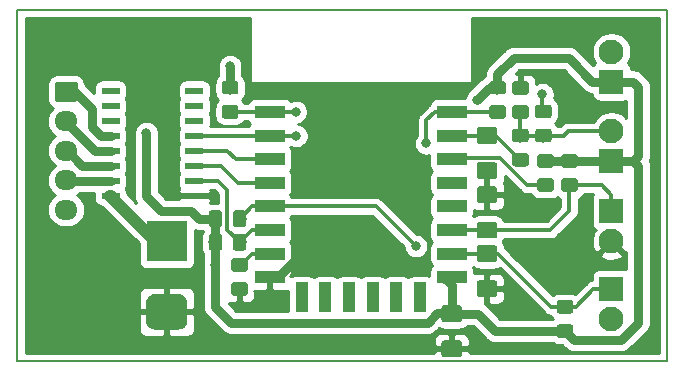
<source format=gbr>
G04 #@! TF.GenerationSoftware,KiCad,Pcbnew,(5.1.2-1)-1*
G04 #@! TF.CreationDate,2019-10-05T22:58:12+03:00*
G04 #@! TF.ProjectId,curtains-driver,63757274-6169-46e7-932d-647269766572,rev?*
G04 #@! TF.SameCoordinates,Original*
G04 #@! TF.FileFunction,Copper,L2,Bot*
G04 #@! TF.FilePolarity,Positive*
%FSLAX46Y46*%
G04 Gerber Fmt 4.6, Leading zero omitted, Abs format (unit mm)*
G04 Created by KiCad (PCBNEW (5.1.2-1)-1) date 2019-10-05 22:58:12*
%MOMM*%
%LPD*%
G04 APERTURE LIST*
%ADD10C,0.150000*%
%ADD11R,1.100000X2.500000*%
%ADD12R,2.500000X1.100000*%
%ADD13C,0.100000*%
%ADD14C,1.150000*%
%ADD15C,2.100000*%
%ADD16R,2.100000X2.100000*%
%ADD17C,1.425000*%
%ADD18O,1.950000X1.700000*%
%ADD19C,1.700000*%
%ADD20R,3.500000X3.500000*%
%ADD21C,3.000000*%
%ADD22R,1.500000X0.600000*%
%ADD23C,0.800000*%
%ADD24C,0.300000*%
%ADD25C,0.800000*%
%ADD26C,1.000000*%
%ADD27C,0.254000*%
G04 APERTURE END LIST*
D10*
X134000000Y-63754000D02*
X134000000Y-93500000D01*
X78968600Y-63754000D02*
X78968600Y-93472000D01*
X134000000Y-93500000D02*
X78968600Y-93472000D01*
X78968600Y-63754000D02*
X134000000Y-63754000D01*
D11*
X103072000Y-88086500D03*
X105072000Y-88086500D03*
X107072000Y-88086500D03*
X109072000Y-88086500D03*
X111072000Y-88086500D03*
X113072000Y-88086500D03*
D12*
X100362000Y-72386500D03*
X100362000Y-74386500D03*
X100362000Y-76386500D03*
X100362000Y-78386500D03*
X100362000Y-80386500D03*
X100362000Y-82386500D03*
X100362000Y-84386500D03*
X100362000Y-86386500D03*
X115762000Y-86386500D03*
X115762000Y-84386500D03*
X115762000Y-82386500D03*
X115762000Y-80386500D03*
X115762000Y-78386500D03*
X115762000Y-76386500D03*
X115762000Y-74386500D03*
X115762000Y-72386500D03*
D13*
G36*
X122049505Y-75862704D02*
G01*
X122073773Y-75866304D01*
X122097572Y-75872265D01*
X122120671Y-75880530D01*
X122142850Y-75891020D01*
X122163893Y-75903632D01*
X122183599Y-75918247D01*
X122201777Y-75934723D01*
X122218253Y-75952901D01*
X122232868Y-75972607D01*
X122245480Y-75993650D01*
X122255970Y-76015829D01*
X122264235Y-76038928D01*
X122270196Y-76062727D01*
X122273796Y-76086995D01*
X122275000Y-76111499D01*
X122275000Y-76761501D01*
X122273796Y-76786005D01*
X122270196Y-76810273D01*
X122264235Y-76834072D01*
X122255970Y-76857171D01*
X122245480Y-76879350D01*
X122232868Y-76900393D01*
X122218253Y-76920099D01*
X122201777Y-76938277D01*
X122183599Y-76954753D01*
X122163893Y-76969368D01*
X122142850Y-76981980D01*
X122120671Y-76992470D01*
X122097572Y-77000735D01*
X122073773Y-77006696D01*
X122049505Y-77010296D01*
X122025001Y-77011500D01*
X121124999Y-77011500D01*
X121100495Y-77010296D01*
X121076227Y-77006696D01*
X121052428Y-77000735D01*
X121029329Y-76992470D01*
X121007150Y-76981980D01*
X120986107Y-76969368D01*
X120966401Y-76954753D01*
X120948223Y-76938277D01*
X120931747Y-76920099D01*
X120917132Y-76900393D01*
X120904520Y-76879350D01*
X120894030Y-76857171D01*
X120885765Y-76834072D01*
X120879804Y-76810273D01*
X120876204Y-76786005D01*
X120875000Y-76761501D01*
X120875000Y-76111499D01*
X120876204Y-76086995D01*
X120879804Y-76062727D01*
X120885765Y-76038928D01*
X120894030Y-76015829D01*
X120904520Y-75993650D01*
X120917132Y-75972607D01*
X120931747Y-75952901D01*
X120948223Y-75934723D01*
X120966401Y-75918247D01*
X120986107Y-75903632D01*
X121007150Y-75891020D01*
X121029329Y-75880530D01*
X121052428Y-75872265D01*
X121076227Y-75866304D01*
X121100495Y-75862704D01*
X121124999Y-75861500D01*
X122025001Y-75861500D01*
X122049505Y-75862704D01*
X122049505Y-75862704D01*
G37*
D14*
X121575000Y-76436500D03*
D13*
G36*
X122049505Y-73812704D02*
G01*
X122073773Y-73816304D01*
X122097572Y-73822265D01*
X122120671Y-73830530D01*
X122142850Y-73841020D01*
X122163893Y-73853632D01*
X122183599Y-73868247D01*
X122201777Y-73884723D01*
X122218253Y-73902901D01*
X122232868Y-73922607D01*
X122245480Y-73943650D01*
X122255970Y-73965829D01*
X122264235Y-73988928D01*
X122270196Y-74012727D01*
X122273796Y-74036995D01*
X122275000Y-74061499D01*
X122275000Y-74711501D01*
X122273796Y-74736005D01*
X122270196Y-74760273D01*
X122264235Y-74784072D01*
X122255970Y-74807171D01*
X122245480Y-74829350D01*
X122232868Y-74850393D01*
X122218253Y-74870099D01*
X122201777Y-74888277D01*
X122183599Y-74904753D01*
X122163893Y-74919368D01*
X122142850Y-74931980D01*
X122120671Y-74942470D01*
X122097572Y-74950735D01*
X122073773Y-74956696D01*
X122049505Y-74960296D01*
X122025001Y-74961500D01*
X121124999Y-74961500D01*
X121100495Y-74960296D01*
X121076227Y-74956696D01*
X121052428Y-74950735D01*
X121029329Y-74942470D01*
X121007150Y-74931980D01*
X120986107Y-74919368D01*
X120966401Y-74904753D01*
X120948223Y-74888277D01*
X120931747Y-74870099D01*
X120917132Y-74850393D01*
X120904520Y-74829350D01*
X120894030Y-74807171D01*
X120885765Y-74784072D01*
X120879804Y-74760273D01*
X120876204Y-74736005D01*
X120875000Y-74711501D01*
X120875000Y-74061499D01*
X120876204Y-74036995D01*
X120879804Y-74012727D01*
X120885765Y-73988928D01*
X120894030Y-73965829D01*
X120904520Y-73943650D01*
X120917132Y-73922607D01*
X120931747Y-73902901D01*
X120948223Y-73884723D01*
X120966401Y-73868247D01*
X120986107Y-73853632D01*
X121007150Y-73841020D01*
X121029329Y-73830530D01*
X121052428Y-73822265D01*
X121076227Y-73816304D01*
X121100495Y-73812704D01*
X121124999Y-73811500D01*
X122025001Y-73811500D01*
X122049505Y-73812704D01*
X122049505Y-73812704D01*
G37*
D14*
X121575000Y-74386500D03*
D15*
X129286000Y-89916000D03*
D16*
X129286000Y-87376000D03*
D15*
X129286000Y-83312000D03*
D16*
X129286000Y-80772000D03*
D13*
G36*
X97474505Y-69762704D02*
G01*
X97498773Y-69766304D01*
X97522572Y-69772265D01*
X97545671Y-69780530D01*
X97567850Y-69791020D01*
X97588893Y-69803632D01*
X97608599Y-69818247D01*
X97626777Y-69834723D01*
X97643253Y-69852901D01*
X97657868Y-69872607D01*
X97670480Y-69893650D01*
X97680970Y-69915829D01*
X97689235Y-69938928D01*
X97695196Y-69962727D01*
X97698796Y-69986995D01*
X97700000Y-70011499D01*
X97700000Y-70661501D01*
X97698796Y-70686005D01*
X97695196Y-70710273D01*
X97689235Y-70734072D01*
X97680970Y-70757171D01*
X97670480Y-70779350D01*
X97657868Y-70800393D01*
X97643253Y-70820099D01*
X97626777Y-70838277D01*
X97608599Y-70854753D01*
X97588893Y-70869368D01*
X97567850Y-70881980D01*
X97545671Y-70892470D01*
X97522572Y-70900735D01*
X97498773Y-70906696D01*
X97474505Y-70910296D01*
X97450001Y-70911500D01*
X96549999Y-70911500D01*
X96525495Y-70910296D01*
X96501227Y-70906696D01*
X96477428Y-70900735D01*
X96454329Y-70892470D01*
X96432150Y-70881980D01*
X96411107Y-70869368D01*
X96391401Y-70854753D01*
X96373223Y-70838277D01*
X96356747Y-70820099D01*
X96342132Y-70800393D01*
X96329520Y-70779350D01*
X96319030Y-70757171D01*
X96310765Y-70734072D01*
X96304804Y-70710273D01*
X96301204Y-70686005D01*
X96300000Y-70661501D01*
X96300000Y-70011499D01*
X96301204Y-69986995D01*
X96304804Y-69962727D01*
X96310765Y-69938928D01*
X96319030Y-69915829D01*
X96329520Y-69893650D01*
X96342132Y-69872607D01*
X96356747Y-69852901D01*
X96373223Y-69834723D01*
X96391401Y-69818247D01*
X96411107Y-69803632D01*
X96432150Y-69791020D01*
X96454329Y-69780530D01*
X96477428Y-69772265D01*
X96501227Y-69766304D01*
X96525495Y-69762704D01*
X96549999Y-69761500D01*
X97450001Y-69761500D01*
X97474505Y-69762704D01*
X97474505Y-69762704D01*
G37*
D14*
X97000000Y-70336500D03*
D13*
G36*
X97474505Y-71812704D02*
G01*
X97498773Y-71816304D01*
X97522572Y-71822265D01*
X97545671Y-71830530D01*
X97567850Y-71841020D01*
X97588893Y-71853632D01*
X97608599Y-71868247D01*
X97626777Y-71884723D01*
X97643253Y-71902901D01*
X97657868Y-71922607D01*
X97670480Y-71943650D01*
X97680970Y-71965829D01*
X97689235Y-71988928D01*
X97695196Y-72012727D01*
X97698796Y-72036995D01*
X97700000Y-72061499D01*
X97700000Y-72711501D01*
X97698796Y-72736005D01*
X97695196Y-72760273D01*
X97689235Y-72784072D01*
X97680970Y-72807171D01*
X97670480Y-72829350D01*
X97657868Y-72850393D01*
X97643253Y-72870099D01*
X97626777Y-72888277D01*
X97608599Y-72904753D01*
X97588893Y-72919368D01*
X97567850Y-72931980D01*
X97545671Y-72942470D01*
X97522572Y-72950735D01*
X97498773Y-72956696D01*
X97474505Y-72960296D01*
X97450001Y-72961500D01*
X96549999Y-72961500D01*
X96525495Y-72960296D01*
X96501227Y-72956696D01*
X96477428Y-72950735D01*
X96454329Y-72942470D01*
X96432150Y-72931980D01*
X96411107Y-72919368D01*
X96391401Y-72904753D01*
X96373223Y-72888277D01*
X96356747Y-72870099D01*
X96342132Y-72850393D01*
X96329520Y-72829350D01*
X96319030Y-72807171D01*
X96310765Y-72784072D01*
X96304804Y-72760273D01*
X96301204Y-72736005D01*
X96300000Y-72711501D01*
X96300000Y-72061499D01*
X96301204Y-72036995D01*
X96304804Y-72012727D01*
X96310765Y-71988928D01*
X96319030Y-71965829D01*
X96329520Y-71943650D01*
X96342132Y-71922607D01*
X96356747Y-71902901D01*
X96373223Y-71884723D01*
X96391401Y-71868247D01*
X96411107Y-71853632D01*
X96432150Y-71841020D01*
X96454329Y-71830530D01*
X96477428Y-71822265D01*
X96501227Y-71816304D01*
X96525495Y-71812704D01*
X96549999Y-71811500D01*
X97450001Y-71811500D01*
X97474505Y-71812704D01*
X97474505Y-71812704D01*
G37*
D14*
X97000000Y-72386500D03*
D13*
G36*
X119394504Y-73675204D02*
G01*
X119418773Y-73678804D01*
X119442571Y-73684765D01*
X119465671Y-73693030D01*
X119487849Y-73703520D01*
X119508893Y-73716133D01*
X119528598Y-73730747D01*
X119546777Y-73747223D01*
X119563253Y-73765402D01*
X119577867Y-73785107D01*
X119590480Y-73806151D01*
X119600970Y-73828329D01*
X119609235Y-73851429D01*
X119615196Y-73875227D01*
X119618796Y-73899496D01*
X119620000Y-73924000D01*
X119620000Y-74849000D01*
X119618796Y-74873504D01*
X119615196Y-74897773D01*
X119609235Y-74921571D01*
X119600970Y-74944671D01*
X119590480Y-74966849D01*
X119577867Y-74987893D01*
X119563253Y-75007598D01*
X119546777Y-75025777D01*
X119528598Y-75042253D01*
X119508893Y-75056867D01*
X119487849Y-75069480D01*
X119465671Y-75079970D01*
X119442571Y-75088235D01*
X119418773Y-75094196D01*
X119394504Y-75097796D01*
X119370000Y-75099000D01*
X118120000Y-75099000D01*
X118095496Y-75097796D01*
X118071227Y-75094196D01*
X118047429Y-75088235D01*
X118024329Y-75079970D01*
X118002151Y-75069480D01*
X117981107Y-75056867D01*
X117961402Y-75042253D01*
X117943223Y-75025777D01*
X117926747Y-75007598D01*
X117912133Y-74987893D01*
X117899520Y-74966849D01*
X117889030Y-74944671D01*
X117880765Y-74921571D01*
X117874804Y-74897773D01*
X117871204Y-74873504D01*
X117870000Y-74849000D01*
X117870000Y-73924000D01*
X117871204Y-73899496D01*
X117874804Y-73875227D01*
X117880765Y-73851429D01*
X117889030Y-73828329D01*
X117899520Y-73806151D01*
X117912133Y-73785107D01*
X117926747Y-73765402D01*
X117943223Y-73747223D01*
X117961402Y-73730747D01*
X117981107Y-73716133D01*
X118002151Y-73703520D01*
X118024329Y-73693030D01*
X118047429Y-73684765D01*
X118071227Y-73678804D01*
X118095496Y-73675204D01*
X118120000Y-73674000D01*
X119370000Y-73674000D01*
X119394504Y-73675204D01*
X119394504Y-73675204D01*
G37*
D17*
X118745000Y-74386500D03*
D13*
G36*
X119394504Y-76650204D02*
G01*
X119418773Y-76653804D01*
X119442571Y-76659765D01*
X119465671Y-76668030D01*
X119487849Y-76678520D01*
X119508893Y-76691133D01*
X119528598Y-76705747D01*
X119546777Y-76722223D01*
X119563253Y-76740402D01*
X119577867Y-76760107D01*
X119590480Y-76781151D01*
X119600970Y-76803329D01*
X119609235Y-76826429D01*
X119615196Y-76850227D01*
X119618796Y-76874496D01*
X119620000Y-76899000D01*
X119620000Y-77824000D01*
X119618796Y-77848504D01*
X119615196Y-77872773D01*
X119609235Y-77896571D01*
X119600970Y-77919671D01*
X119590480Y-77941849D01*
X119577867Y-77962893D01*
X119563253Y-77982598D01*
X119546777Y-78000777D01*
X119528598Y-78017253D01*
X119508893Y-78031867D01*
X119487849Y-78044480D01*
X119465671Y-78054970D01*
X119442571Y-78063235D01*
X119418773Y-78069196D01*
X119394504Y-78072796D01*
X119370000Y-78074000D01*
X118120000Y-78074000D01*
X118095496Y-78072796D01*
X118071227Y-78069196D01*
X118047429Y-78063235D01*
X118024329Y-78054970D01*
X118002151Y-78044480D01*
X117981107Y-78031867D01*
X117961402Y-78017253D01*
X117943223Y-78000777D01*
X117926747Y-77982598D01*
X117912133Y-77962893D01*
X117899520Y-77941849D01*
X117889030Y-77919671D01*
X117880765Y-77896571D01*
X117874804Y-77872773D01*
X117871204Y-77848504D01*
X117870000Y-77824000D01*
X117870000Y-76899000D01*
X117871204Y-76874496D01*
X117874804Y-76850227D01*
X117880765Y-76826429D01*
X117889030Y-76803329D01*
X117899520Y-76781151D01*
X117912133Y-76760107D01*
X117926747Y-76740402D01*
X117943223Y-76722223D01*
X117961402Y-76705747D01*
X117981107Y-76691133D01*
X118002151Y-76678520D01*
X118024329Y-76668030D01*
X118047429Y-76659765D01*
X118071227Y-76653804D01*
X118095496Y-76650204D01*
X118120000Y-76649000D01*
X119370000Y-76649000D01*
X119394504Y-76650204D01*
X119394504Y-76650204D01*
G37*
D17*
X118745000Y-77361500D03*
D13*
G36*
X116411504Y-88758604D02*
G01*
X116435773Y-88762204D01*
X116459571Y-88768165D01*
X116482671Y-88776430D01*
X116504849Y-88786920D01*
X116525893Y-88799533D01*
X116545598Y-88814147D01*
X116563777Y-88830623D01*
X116580253Y-88848802D01*
X116594867Y-88868507D01*
X116607480Y-88889551D01*
X116617970Y-88911729D01*
X116626235Y-88934829D01*
X116632196Y-88958627D01*
X116635796Y-88982896D01*
X116637000Y-89007400D01*
X116637000Y-89932400D01*
X116635796Y-89956904D01*
X116632196Y-89981173D01*
X116626235Y-90004971D01*
X116617970Y-90028071D01*
X116607480Y-90050249D01*
X116594867Y-90071293D01*
X116580253Y-90090998D01*
X116563777Y-90109177D01*
X116545598Y-90125653D01*
X116525893Y-90140267D01*
X116504849Y-90152880D01*
X116482671Y-90163370D01*
X116459571Y-90171635D01*
X116435773Y-90177596D01*
X116411504Y-90181196D01*
X116387000Y-90182400D01*
X115137000Y-90182400D01*
X115112496Y-90181196D01*
X115088227Y-90177596D01*
X115064429Y-90171635D01*
X115041329Y-90163370D01*
X115019151Y-90152880D01*
X114998107Y-90140267D01*
X114978402Y-90125653D01*
X114960223Y-90109177D01*
X114943747Y-90090998D01*
X114929133Y-90071293D01*
X114916520Y-90050249D01*
X114906030Y-90028071D01*
X114897765Y-90004971D01*
X114891804Y-89981173D01*
X114888204Y-89956904D01*
X114887000Y-89932400D01*
X114887000Y-89007400D01*
X114888204Y-88982896D01*
X114891804Y-88958627D01*
X114897765Y-88934829D01*
X114906030Y-88911729D01*
X114916520Y-88889551D01*
X114929133Y-88868507D01*
X114943747Y-88848802D01*
X114960223Y-88830623D01*
X114978402Y-88814147D01*
X114998107Y-88799533D01*
X115019151Y-88786920D01*
X115041329Y-88776430D01*
X115064429Y-88768165D01*
X115088227Y-88762204D01*
X115112496Y-88758604D01*
X115137000Y-88757400D01*
X116387000Y-88757400D01*
X116411504Y-88758604D01*
X116411504Y-88758604D01*
G37*
D17*
X115762000Y-89469900D03*
D13*
G36*
X116411504Y-91733604D02*
G01*
X116435773Y-91737204D01*
X116459571Y-91743165D01*
X116482671Y-91751430D01*
X116504849Y-91761920D01*
X116525893Y-91774533D01*
X116545598Y-91789147D01*
X116563777Y-91805623D01*
X116580253Y-91823802D01*
X116594867Y-91843507D01*
X116607480Y-91864551D01*
X116617970Y-91886729D01*
X116626235Y-91909829D01*
X116632196Y-91933627D01*
X116635796Y-91957896D01*
X116637000Y-91982400D01*
X116637000Y-92907400D01*
X116635796Y-92931904D01*
X116632196Y-92956173D01*
X116626235Y-92979971D01*
X116617970Y-93003071D01*
X116607480Y-93025249D01*
X116594867Y-93046293D01*
X116580253Y-93065998D01*
X116563777Y-93084177D01*
X116545598Y-93100653D01*
X116525893Y-93115267D01*
X116504849Y-93127880D01*
X116482671Y-93138370D01*
X116459571Y-93146635D01*
X116435773Y-93152596D01*
X116411504Y-93156196D01*
X116387000Y-93157400D01*
X115137000Y-93157400D01*
X115112496Y-93156196D01*
X115088227Y-93152596D01*
X115064429Y-93146635D01*
X115041329Y-93138370D01*
X115019151Y-93127880D01*
X114998107Y-93115267D01*
X114978402Y-93100653D01*
X114960223Y-93084177D01*
X114943747Y-93065998D01*
X114929133Y-93046293D01*
X114916520Y-93025249D01*
X114906030Y-93003071D01*
X114897765Y-92979971D01*
X114891804Y-92956173D01*
X114888204Y-92931904D01*
X114887000Y-92907400D01*
X114887000Y-91982400D01*
X114888204Y-91957896D01*
X114891804Y-91933627D01*
X114897765Y-91909829D01*
X114906030Y-91886729D01*
X114916520Y-91864551D01*
X114929133Y-91843507D01*
X114943747Y-91823802D01*
X114960223Y-91805623D01*
X114978402Y-91789147D01*
X114998107Y-91774533D01*
X115019151Y-91761920D01*
X115041329Y-91751430D01*
X115064429Y-91743165D01*
X115088227Y-91737204D01*
X115112496Y-91733604D01*
X115137000Y-91732400D01*
X116387000Y-91732400D01*
X116411504Y-91733604D01*
X116411504Y-91733604D01*
G37*
D17*
X115762000Y-92444900D03*
D13*
G36*
X96098505Y-80733604D02*
G01*
X96122773Y-80737204D01*
X96146572Y-80743165D01*
X96169671Y-80751430D01*
X96191850Y-80761920D01*
X96212893Y-80774532D01*
X96232599Y-80789147D01*
X96250777Y-80805623D01*
X96267253Y-80823801D01*
X96281868Y-80843507D01*
X96294480Y-80864550D01*
X96304970Y-80886729D01*
X96313235Y-80909828D01*
X96319196Y-80933627D01*
X96322796Y-80957895D01*
X96324000Y-80982399D01*
X96324000Y-81882401D01*
X96322796Y-81906905D01*
X96319196Y-81931173D01*
X96313235Y-81954972D01*
X96304970Y-81978071D01*
X96294480Y-82000250D01*
X96281868Y-82021293D01*
X96267253Y-82040999D01*
X96250777Y-82059177D01*
X96232599Y-82075653D01*
X96212893Y-82090268D01*
X96191850Y-82102880D01*
X96169671Y-82113370D01*
X96146572Y-82121635D01*
X96122773Y-82127596D01*
X96098505Y-82131196D01*
X96074001Y-82132400D01*
X95423999Y-82132400D01*
X95399495Y-82131196D01*
X95375227Y-82127596D01*
X95351428Y-82121635D01*
X95328329Y-82113370D01*
X95306150Y-82102880D01*
X95285107Y-82090268D01*
X95265401Y-82075653D01*
X95247223Y-82059177D01*
X95230747Y-82040999D01*
X95216132Y-82021293D01*
X95203520Y-82000250D01*
X95193030Y-81978071D01*
X95184765Y-81954972D01*
X95178804Y-81931173D01*
X95175204Y-81906905D01*
X95174000Y-81882401D01*
X95174000Y-80982399D01*
X95175204Y-80957895D01*
X95178804Y-80933627D01*
X95184765Y-80909828D01*
X95193030Y-80886729D01*
X95203520Y-80864550D01*
X95216132Y-80843507D01*
X95230747Y-80823801D01*
X95247223Y-80805623D01*
X95265401Y-80789147D01*
X95285107Y-80774532D01*
X95306150Y-80761920D01*
X95328329Y-80751430D01*
X95351428Y-80743165D01*
X95375227Y-80737204D01*
X95399495Y-80733604D01*
X95423999Y-80732400D01*
X96074001Y-80732400D01*
X96098505Y-80733604D01*
X96098505Y-80733604D01*
G37*
D14*
X95749000Y-81432400D03*
D13*
G36*
X98148505Y-80733604D02*
G01*
X98172773Y-80737204D01*
X98196572Y-80743165D01*
X98219671Y-80751430D01*
X98241850Y-80761920D01*
X98262893Y-80774532D01*
X98282599Y-80789147D01*
X98300777Y-80805623D01*
X98317253Y-80823801D01*
X98331868Y-80843507D01*
X98344480Y-80864550D01*
X98354970Y-80886729D01*
X98363235Y-80909828D01*
X98369196Y-80933627D01*
X98372796Y-80957895D01*
X98374000Y-80982399D01*
X98374000Y-81882401D01*
X98372796Y-81906905D01*
X98369196Y-81931173D01*
X98363235Y-81954972D01*
X98354970Y-81978071D01*
X98344480Y-82000250D01*
X98331868Y-82021293D01*
X98317253Y-82040999D01*
X98300777Y-82059177D01*
X98282599Y-82075653D01*
X98262893Y-82090268D01*
X98241850Y-82102880D01*
X98219671Y-82113370D01*
X98196572Y-82121635D01*
X98172773Y-82127596D01*
X98148505Y-82131196D01*
X98124001Y-82132400D01*
X97473999Y-82132400D01*
X97449495Y-82131196D01*
X97425227Y-82127596D01*
X97401428Y-82121635D01*
X97378329Y-82113370D01*
X97356150Y-82102880D01*
X97335107Y-82090268D01*
X97315401Y-82075653D01*
X97297223Y-82059177D01*
X97280747Y-82040999D01*
X97266132Y-82021293D01*
X97253520Y-82000250D01*
X97243030Y-81978071D01*
X97234765Y-81954972D01*
X97228804Y-81931173D01*
X97225204Y-81906905D01*
X97224000Y-81882401D01*
X97224000Y-80982399D01*
X97225204Y-80957895D01*
X97228804Y-80933627D01*
X97234765Y-80909828D01*
X97243030Y-80886729D01*
X97253520Y-80864550D01*
X97266132Y-80843507D01*
X97280747Y-80823801D01*
X97297223Y-80805623D01*
X97315401Y-80789147D01*
X97335107Y-80774532D01*
X97356150Y-80761920D01*
X97378329Y-80751430D01*
X97401428Y-80743165D01*
X97425227Y-80737204D01*
X97449495Y-80733604D01*
X97473999Y-80732400D01*
X98124001Y-80732400D01*
X98148505Y-80733604D01*
X98148505Y-80733604D01*
G37*
D14*
X97799000Y-81432400D03*
D13*
G36*
X98148505Y-82732604D02*
G01*
X98172773Y-82736204D01*
X98196572Y-82742165D01*
X98219671Y-82750430D01*
X98241850Y-82760920D01*
X98262893Y-82773532D01*
X98282599Y-82788147D01*
X98300777Y-82804623D01*
X98317253Y-82822801D01*
X98331868Y-82842507D01*
X98344480Y-82863550D01*
X98354970Y-82885729D01*
X98363235Y-82908828D01*
X98369196Y-82932627D01*
X98372796Y-82956895D01*
X98374000Y-82981399D01*
X98374000Y-83881401D01*
X98372796Y-83905905D01*
X98369196Y-83930173D01*
X98363235Y-83953972D01*
X98354970Y-83977071D01*
X98344480Y-83999250D01*
X98331868Y-84020293D01*
X98317253Y-84039999D01*
X98300777Y-84058177D01*
X98282599Y-84074653D01*
X98262893Y-84089268D01*
X98241850Y-84101880D01*
X98219671Y-84112370D01*
X98196572Y-84120635D01*
X98172773Y-84126596D01*
X98148505Y-84130196D01*
X98124001Y-84131400D01*
X97473999Y-84131400D01*
X97449495Y-84130196D01*
X97425227Y-84126596D01*
X97401428Y-84120635D01*
X97378329Y-84112370D01*
X97356150Y-84101880D01*
X97335107Y-84089268D01*
X97315401Y-84074653D01*
X97297223Y-84058177D01*
X97280747Y-84039999D01*
X97266132Y-84020293D01*
X97253520Y-83999250D01*
X97243030Y-83977071D01*
X97234765Y-83953972D01*
X97228804Y-83930173D01*
X97225204Y-83905905D01*
X97224000Y-83881401D01*
X97224000Y-82981399D01*
X97225204Y-82956895D01*
X97228804Y-82932627D01*
X97234765Y-82908828D01*
X97243030Y-82885729D01*
X97253520Y-82863550D01*
X97266132Y-82842507D01*
X97280747Y-82822801D01*
X97297223Y-82804623D01*
X97315401Y-82788147D01*
X97335107Y-82773532D01*
X97356150Y-82760920D01*
X97378329Y-82750430D01*
X97401428Y-82742165D01*
X97425227Y-82736204D01*
X97449495Y-82732604D01*
X97473999Y-82731400D01*
X98124001Y-82731400D01*
X98148505Y-82732604D01*
X98148505Y-82732604D01*
G37*
D14*
X97799000Y-83431400D03*
D13*
G36*
X96098505Y-82732604D02*
G01*
X96122773Y-82736204D01*
X96146572Y-82742165D01*
X96169671Y-82750430D01*
X96191850Y-82760920D01*
X96212893Y-82773532D01*
X96232599Y-82788147D01*
X96250777Y-82804623D01*
X96267253Y-82822801D01*
X96281868Y-82842507D01*
X96294480Y-82863550D01*
X96304970Y-82885729D01*
X96313235Y-82908828D01*
X96319196Y-82932627D01*
X96322796Y-82956895D01*
X96324000Y-82981399D01*
X96324000Y-83881401D01*
X96322796Y-83905905D01*
X96319196Y-83930173D01*
X96313235Y-83953972D01*
X96304970Y-83977071D01*
X96294480Y-83999250D01*
X96281868Y-84020293D01*
X96267253Y-84039999D01*
X96250777Y-84058177D01*
X96232599Y-84074653D01*
X96212893Y-84089268D01*
X96191850Y-84101880D01*
X96169671Y-84112370D01*
X96146572Y-84120635D01*
X96122773Y-84126596D01*
X96098505Y-84130196D01*
X96074001Y-84131400D01*
X95423999Y-84131400D01*
X95399495Y-84130196D01*
X95375227Y-84126596D01*
X95351428Y-84120635D01*
X95328329Y-84112370D01*
X95306150Y-84101880D01*
X95285107Y-84089268D01*
X95265401Y-84074653D01*
X95247223Y-84058177D01*
X95230747Y-84039999D01*
X95216132Y-84020293D01*
X95203520Y-83999250D01*
X95193030Y-83977071D01*
X95184765Y-83953972D01*
X95178804Y-83930173D01*
X95175204Y-83905905D01*
X95174000Y-83881401D01*
X95174000Y-82981399D01*
X95175204Y-82956895D01*
X95178804Y-82932627D01*
X95184765Y-82908828D01*
X95193030Y-82885729D01*
X95203520Y-82863550D01*
X95216132Y-82842507D01*
X95230747Y-82822801D01*
X95247223Y-82804623D01*
X95265401Y-82788147D01*
X95285107Y-82773532D01*
X95306150Y-82760920D01*
X95328329Y-82750430D01*
X95351428Y-82742165D01*
X95375227Y-82736204D01*
X95399495Y-82732604D01*
X95423999Y-82731400D01*
X96074001Y-82731400D01*
X96098505Y-82732604D01*
X96098505Y-82732604D01*
G37*
D14*
X95749000Y-83431400D03*
D13*
G36*
X98264505Y-86811204D02*
G01*
X98288773Y-86814804D01*
X98312572Y-86820765D01*
X98335671Y-86829030D01*
X98357850Y-86839520D01*
X98378893Y-86852132D01*
X98398599Y-86866747D01*
X98416777Y-86883223D01*
X98433253Y-86901401D01*
X98447868Y-86921107D01*
X98460480Y-86942150D01*
X98470970Y-86964329D01*
X98479235Y-86987428D01*
X98485196Y-87011227D01*
X98488796Y-87035495D01*
X98490000Y-87059999D01*
X98490000Y-87710001D01*
X98488796Y-87734505D01*
X98485196Y-87758773D01*
X98479235Y-87782572D01*
X98470970Y-87805671D01*
X98460480Y-87827850D01*
X98447868Y-87848893D01*
X98433253Y-87868599D01*
X98416777Y-87886777D01*
X98398599Y-87903253D01*
X98378893Y-87917868D01*
X98357850Y-87930480D01*
X98335671Y-87940970D01*
X98312572Y-87949235D01*
X98288773Y-87955196D01*
X98264505Y-87958796D01*
X98240001Y-87960000D01*
X97339999Y-87960000D01*
X97315495Y-87958796D01*
X97291227Y-87955196D01*
X97267428Y-87949235D01*
X97244329Y-87940970D01*
X97222150Y-87930480D01*
X97201107Y-87917868D01*
X97181401Y-87903253D01*
X97163223Y-87886777D01*
X97146747Y-87868599D01*
X97132132Y-87848893D01*
X97119520Y-87827850D01*
X97109030Y-87805671D01*
X97100765Y-87782572D01*
X97094804Y-87758773D01*
X97091204Y-87734505D01*
X97090000Y-87710001D01*
X97090000Y-87059999D01*
X97091204Y-87035495D01*
X97094804Y-87011227D01*
X97100765Y-86987428D01*
X97109030Y-86964329D01*
X97119520Y-86942150D01*
X97132132Y-86921107D01*
X97146747Y-86901401D01*
X97163223Y-86883223D01*
X97181401Y-86866747D01*
X97201107Y-86852132D01*
X97222150Y-86839520D01*
X97244329Y-86829030D01*
X97267428Y-86820765D01*
X97291227Y-86814804D01*
X97315495Y-86811204D01*
X97339999Y-86810000D01*
X98240001Y-86810000D01*
X98264505Y-86811204D01*
X98264505Y-86811204D01*
G37*
D14*
X97790000Y-87385000D03*
D13*
G36*
X98264505Y-84761204D02*
G01*
X98288773Y-84764804D01*
X98312572Y-84770765D01*
X98335671Y-84779030D01*
X98357850Y-84789520D01*
X98378893Y-84802132D01*
X98398599Y-84816747D01*
X98416777Y-84833223D01*
X98433253Y-84851401D01*
X98447868Y-84871107D01*
X98460480Y-84892150D01*
X98470970Y-84914329D01*
X98479235Y-84937428D01*
X98485196Y-84961227D01*
X98488796Y-84985495D01*
X98490000Y-85009999D01*
X98490000Y-85660001D01*
X98488796Y-85684505D01*
X98485196Y-85708773D01*
X98479235Y-85732572D01*
X98470970Y-85755671D01*
X98460480Y-85777850D01*
X98447868Y-85798893D01*
X98433253Y-85818599D01*
X98416777Y-85836777D01*
X98398599Y-85853253D01*
X98378893Y-85867868D01*
X98357850Y-85880480D01*
X98335671Y-85890970D01*
X98312572Y-85899235D01*
X98288773Y-85905196D01*
X98264505Y-85908796D01*
X98240001Y-85910000D01*
X97339999Y-85910000D01*
X97315495Y-85908796D01*
X97291227Y-85905196D01*
X97267428Y-85899235D01*
X97244329Y-85890970D01*
X97222150Y-85880480D01*
X97201107Y-85867868D01*
X97181401Y-85853253D01*
X97163223Y-85836777D01*
X97146747Y-85818599D01*
X97132132Y-85798893D01*
X97119520Y-85777850D01*
X97109030Y-85755671D01*
X97100765Y-85732572D01*
X97094804Y-85708773D01*
X97091204Y-85684505D01*
X97090000Y-85660001D01*
X97090000Y-85009999D01*
X97091204Y-84985495D01*
X97094804Y-84961227D01*
X97100765Y-84937428D01*
X97109030Y-84914329D01*
X97119520Y-84892150D01*
X97132132Y-84871107D01*
X97146747Y-84851401D01*
X97163223Y-84833223D01*
X97181401Y-84816747D01*
X97201107Y-84802132D01*
X97222150Y-84789520D01*
X97244329Y-84779030D01*
X97267428Y-84770765D01*
X97291227Y-84764804D01*
X97315495Y-84761204D01*
X97339999Y-84760000D01*
X98240001Y-84760000D01*
X98264505Y-84761204D01*
X98264505Y-84761204D01*
G37*
D14*
X97790000Y-85335000D03*
D13*
G36*
X125823505Y-90367204D02*
G01*
X125847773Y-90370804D01*
X125871572Y-90376765D01*
X125894671Y-90385030D01*
X125916850Y-90395520D01*
X125937893Y-90408132D01*
X125957599Y-90422747D01*
X125975777Y-90439223D01*
X125992253Y-90457401D01*
X126006868Y-90477107D01*
X126019480Y-90498150D01*
X126029970Y-90520329D01*
X126038235Y-90543428D01*
X126044196Y-90567227D01*
X126047796Y-90591495D01*
X126049000Y-90615999D01*
X126049000Y-91266001D01*
X126047796Y-91290505D01*
X126044196Y-91314773D01*
X126038235Y-91338572D01*
X126029970Y-91361671D01*
X126019480Y-91383850D01*
X126006868Y-91404893D01*
X125992253Y-91424599D01*
X125975777Y-91442777D01*
X125957599Y-91459253D01*
X125937893Y-91473868D01*
X125916850Y-91486480D01*
X125894671Y-91496970D01*
X125871572Y-91505235D01*
X125847773Y-91511196D01*
X125823505Y-91514796D01*
X125799001Y-91516000D01*
X124898999Y-91516000D01*
X124874495Y-91514796D01*
X124850227Y-91511196D01*
X124826428Y-91505235D01*
X124803329Y-91496970D01*
X124781150Y-91486480D01*
X124760107Y-91473868D01*
X124740401Y-91459253D01*
X124722223Y-91442777D01*
X124705747Y-91424599D01*
X124691132Y-91404893D01*
X124678520Y-91383850D01*
X124668030Y-91361671D01*
X124659765Y-91338572D01*
X124653804Y-91314773D01*
X124650204Y-91290505D01*
X124649000Y-91266001D01*
X124649000Y-90615999D01*
X124650204Y-90591495D01*
X124653804Y-90567227D01*
X124659765Y-90543428D01*
X124668030Y-90520329D01*
X124678520Y-90498150D01*
X124691132Y-90477107D01*
X124705747Y-90457401D01*
X124722223Y-90439223D01*
X124740401Y-90422747D01*
X124760107Y-90408132D01*
X124781150Y-90395520D01*
X124803329Y-90385030D01*
X124826428Y-90376765D01*
X124850227Y-90370804D01*
X124874495Y-90367204D01*
X124898999Y-90366000D01*
X125799001Y-90366000D01*
X125823505Y-90367204D01*
X125823505Y-90367204D01*
G37*
D14*
X125349000Y-90941000D03*
D13*
G36*
X125823505Y-88317204D02*
G01*
X125847773Y-88320804D01*
X125871572Y-88326765D01*
X125894671Y-88335030D01*
X125916850Y-88345520D01*
X125937893Y-88358132D01*
X125957599Y-88372747D01*
X125975777Y-88389223D01*
X125992253Y-88407401D01*
X126006868Y-88427107D01*
X126019480Y-88448150D01*
X126029970Y-88470329D01*
X126038235Y-88493428D01*
X126044196Y-88517227D01*
X126047796Y-88541495D01*
X126049000Y-88565999D01*
X126049000Y-89216001D01*
X126047796Y-89240505D01*
X126044196Y-89264773D01*
X126038235Y-89288572D01*
X126029970Y-89311671D01*
X126019480Y-89333850D01*
X126006868Y-89354893D01*
X125992253Y-89374599D01*
X125975777Y-89392777D01*
X125957599Y-89409253D01*
X125937893Y-89423868D01*
X125916850Y-89436480D01*
X125894671Y-89446970D01*
X125871572Y-89455235D01*
X125847773Y-89461196D01*
X125823505Y-89464796D01*
X125799001Y-89466000D01*
X124898999Y-89466000D01*
X124874495Y-89464796D01*
X124850227Y-89461196D01*
X124826428Y-89455235D01*
X124803329Y-89446970D01*
X124781150Y-89436480D01*
X124760107Y-89423868D01*
X124740401Y-89409253D01*
X124722223Y-89392777D01*
X124705747Y-89374599D01*
X124691132Y-89354893D01*
X124678520Y-89333850D01*
X124668030Y-89311671D01*
X124659765Y-89288572D01*
X124653804Y-89264773D01*
X124650204Y-89240505D01*
X124649000Y-89216001D01*
X124649000Y-88565999D01*
X124650204Y-88541495D01*
X124653804Y-88517227D01*
X124659765Y-88493428D01*
X124668030Y-88470329D01*
X124678520Y-88448150D01*
X124691132Y-88427107D01*
X124705747Y-88407401D01*
X124722223Y-88389223D01*
X124740401Y-88372747D01*
X124760107Y-88358132D01*
X124781150Y-88345520D01*
X124803329Y-88335030D01*
X124826428Y-88326765D01*
X124850227Y-88320804D01*
X124874495Y-88317204D01*
X124898999Y-88316000D01*
X125799001Y-88316000D01*
X125823505Y-88317204D01*
X125823505Y-88317204D01*
G37*
D14*
X125349000Y-88891000D03*
D13*
G36*
X126204505Y-78014870D02*
G01*
X126228773Y-78018470D01*
X126252572Y-78024431D01*
X126275671Y-78032696D01*
X126297850Y-78043186D01*
X126318893Y-78055798D01*
X126338599Y-78070413D01*
X126356777Y-78086889D01*
X126373253Y-78105067D01*
X126387868Y-78124773D01*
X126400480Y-78145816D01*
X126410970Y-78167995D01*
X126419235Y-78191094D01*
X126425196Y-78214893D01*
X126428796Y-78239161D01*
X126430000Y-78263665D01*
X126430000Y-78913667D01*
X126428796Y-78938171D01*
X126425196Y-78962439D01*
X126419235Y-78986238D01*
X126410970Y-79009337D01*
X126400480Y-79031516D01*
X126387868Y-79052559D01*
X126373253Y-79072265D01*
X126356777Y-79090443D01*
X126338599Y-79106919D01*
X126318893Y-79121534D01*
X126297850Y-79134146D01*
X126275671Y-79144636D01*
X126252572Y-79152901D01*
X126228773Y-79158862D01*
X126204505Y-79162462D01*
X126180001Y-79163666D01*
X125279999Y-79163666D01*
X125255495Y-79162462D01*
X125231227Y-79158862D01*
X125207428Y-79152901D01*
X125184329Y-79144636D01*
X125162150Y-79134146D01*
X125141107Y-79121534D01*
X125121401Y-79106919D01*
X125103223Y-79090443D01*
X125086747Y-79072265D01*
X125072132Y-79052559D01*
X125059520Y-79031516D01*
X125049030Y-79009337D01*
X125040765Y-78986238D01*
X125034804Y-78962439D01*
X125031204Y-78938171D01*
X125030000Y-78913667D01*
X125030000Y-78263665D01*
X125031204Y-78239161D01*
X125034804Y-78214893D01*
X125040765Y-78191094D01*
X125049030Y-78167995D01*
X125059520Y-78145816D01*
X125072132Y-78124773D01*
X125086747Y-78105067D01*
X125103223Y-78086889D01*
X125121401Y-78070413D01*
X125141107Y-78055798D01*
X125162150Y-78043186D01*
X125184329Y-78032696D01*
X125207428Y-78024431D01*
X125231227Y-78018470D01*
X125255495Y-78014870D01*
X125279999Y-78013666D01*
X126180001Y-78013666D01*
X126204505Y-78014870D01*
X126204505Y-78014870D01*
G37*
D14*
X125730000Y-78588666D03*
D13*
G36*
X126204505Y-75964870D02*
G01*
X126228773Y-75968470D01*
X126252572Y-75974431D01*
X126275671Y-75982696D01*
X126297850Y-75993186D01*
X126318893Y-76005798D01*
X126338599Y-76020413D01*
X126356777Y-76036889D01*
X126373253Y-76055067D01*
X126387868Y-76074773D01*
X126400480Y-76095816D01*
X126410970Y-76117995D01*
X126419235Y-76141094D01*
X126425196Y-76164893D01*
X126428796Y-76189161D01*
X126430000Y-76213665D01*
X126430000Y-76863667D01*
X126428796Y-76888171D01*
X126425196Y-76912439D01*
X126419235Y-76936238D01*
X126410970Y-76959337D01*
X126400480Y-76981516D01*
X126387868Y-77002559D01*
X126373253Y-77022265D01*
X126356777Y-77040443D01*
X126338599Y-77056919D01*
X126318893Y-77071534D01*
X126297850Y-77084146D01*
X126275671Y-77094636D01*
X126252572Y-77102901D01*
X126228773Y-77108862D01*
X126204505Y-77112462D01*
X126180001Y-77113666D01*
X125279999Y-77113666D01*
X125255495Y-77112462D01*
X125231227Y-77108862D01*
X125207428Y-77102901D01*
X125184329Y-77094636D01*
X125162150Y-77084146D01*
X125141107Y-77071534D01*
X125121401Y-77056919D01*
X125103223Y-77040443D01*
X125086747Y-77022265D01*
X125072132Y-77002559D01*
X125059520Y-76981516D01*
X125049030Y-76959337D01*
X125040765Y-76936238D01*
X125034804Y-76912439D01*
X125031204Y-76888171D01*
X125030000Y-76863667D01*
X125030000Y-76213665D01*
X125031204Y-76189161D01*
X125034804Y-76164893D01*
X125040765Y-76141094D01*
X125049030Y-76117995D01*
X125059520Y-76095816D01*
X125072132Y-76074773D01*
X125086747Y-76055067D01*
X125103223Y-76036889D01*
X125121401Y-76020413D01*
X125141107Y-76005798D01*
X125162150Y-75993186D01*
X125184329Y-75982696D01*
X125207428Y-75974431D01*
X125231227Y-75968470D01*
X125255495Y-75964870D01*
X125279999Y-75963666D01*
X126180001Y-75963666D01*
X126204505Y-75964870D01*
X126204505Y-75964870D01*
G37*
D14*
X125730000Y-76538666D03*
D13*
G36*
X124172505Y-75964870D02*
G01*
X124196773Y-75968470D01*
X124220572Y-75974431D01*
X124243671Y-75982696D01*
X124265850Y-75993186D01*
X124286893Y-76005798D01*
X124306599Y-76020413D01*
X124324777Y-76036889D01*
X124341253Y-76055067D01*
X124355868Y-76074773D01*
X124368480Y-76095816D01*
X124378970Y-76117995D01*
X124387235Y-76141094D01*
X124393196Y-76164893D01*
X124396796Y-76189161D01*
X124398000Y-76213665D01*
X124398000Y-76863667D01*
X124396796Y-76888171D01*
X124393196Y-76912439D01*
X124387235Y-76936238D01*
X124378970Y-76959337D01*
X124368480Y-76981516D01*
X124355868Y-77002559D01*
X124341253Y-77022265D01*
X124324777Y-77040443D01*
X124306599Y-77056919D01*
X124286893Y-77071534D01*
X124265850Y-77084146D01*
X124243671Y-77094636D01*
X124220572Y-77102901D01*
X124196773Y-77108862D01*
X124172505Y-77112462D01*
X124148001Y-77113666D01*
X123247999Y-77113666D01*
X123223495Y-77112462D01*
X123199227Y-77108862D01*
X123175428Y-77102901D01*
X123152329Y-77094636D01*
X123130150Y-77084146D01*
X123109107Y-77071534D01*
X123089401Y-77056919D01*
X123071223Y-77040443D01*
X123054747Y-77022265D01*
X123040132Y-77002559D01*
X123027520Y-76981516D01*
X123017030Y-76959337D01*
X123008765Y-76936238D01*
X123002804Y-76912439D01*
X122999204Y-76888171D01*
X122998000Y-76863667D01*
X122998000Y-76213665D01*
X122999204Y-76189161D01*
X123002804Y-76164893D01*
X123008765Y-76141094D01*
X123017030Y-76117995D01*
X123027520Y-76095816D01*
X123040132Y-76074773D01*
X123054747Y-76055067D01*
X123071223Y-76036889D01*
X123089401Y-76020413D01*
X123109107Y-76005798D01*
X123130150Y-75993186D01*
X123152329Y-75982696D01*
X123175428Y-75974431D01*
X123199227Y-75968470D01*
X123223495Y-75964870D01*
X123247999Y-75963666D01*
X124148001Y-75963666D01*
X124172505Y-75964870D01*
X124172505Y-75964870D01*
G37*
D14*
X123698000Y-76538666D03*
D13*
G36*
X124172505Y-78014870D02*
G01*
X124196773Y-78018470D01*
X124220572Y-78024431D01*
X124243671Y-78032696D01*
X124265850Y-78043186D01*
X124286893Y-78055798D01*
X124306599Y-78070413D01*
X124324777Y-78086889D01*
X124341253Y-78105067D01*
X124355868Y-78124773D01*
X124368480Y-78145816D01*
X124378970Y-78167995D01*
X124387235Y-78191094D01*
X124393196Y-78214893D01*
X124396796Y-78239161D01*
X124398000Y-78263665D01*
X124398000Y-78913667D01*
X124396796Y-78938171D01*
X124393196Y-78962439D01*
X124387235Y-78986238D01*
X124378970Y-79009337D01*
X124368480Y-79031516D01*
X124355868Y-79052559D01*
X124341253Y-79072265D01*
X124324777Y-79090443D01*
X124306599Y-79106919D01*
X124286893Y-79121534D01*
X124265850Y-79134146D01*
X124243671Y-79144636D01*
X124220572Y-79152901D01*
X124196773Y-79158862D01*
X124172505Y-79162462D01*
X124148001Y-79163666D01*
X123247999Y-79163666D01*
X123223495Y-79162462D01*
X123199227Y-79158862D01*
X123175428Y-79152901D01*
X123152329Y-79144636D01*
X123130150Y-79134146D01*
X123109107Y-79121534D01*
X123089401Y-79106919D01*
X123071223Y-79090443D01*
X123054747Y-79072265D01*
X123040132Y-79052559D01*
X123027520Y-79031516D01*
X123017030Y-79009337D01*
X123008765Y-78986238D01*
X123002804Y-78962439D01*
X122999204Y-78938171D01*
X122998000Y-78913667D01*
X122998000Y-78263665D01*
X122999204Y-78239161D01*
X123002804Y-78214893D01*
X123008765Y-78191094D01*
X123017030Y-78167995D01*
X123027520Y-78145816D01*
X123040132Y-78124773D01*
X123054747Y-78105067D01*
X123071223Y-78086889D01*
X123089401Y-78070413D01*
X123109107Y-78055798D01*
X123130150Y-78043186D01*
X123152329Y-78032696D01*
X123175428Y-78024431D01*
X123199227Y-78018470D01*
X123223495Y-78014870D01*
X123247999Y-78013666D01*
X124148001Y-78013666D01*
X124172505Y-78014870D01*
X124172505Y-78014870D01*
G37*
D14*
X123698000Y-78588666D03*
D13*
G36*
X120108505Y-71812704D02*
G01*
X120132773Y-71816304D01*
X120156572Y-71822265D01*
X120179671Y-71830530D01*
X120201850Y-71841020D01*
X120222893Y-71853632D01*
X120242599Y-71868247D01*
X120260777Y-71884723D01*
X120277253Y-71902901D01*
X120291868Y-71922607D01*
X120304480Y-71943650D01*
X120314970Y-71965829D01*
X120323235Y-71988928D01*
X120329196Y-72012727D01*
X120332796Y-72036995D01*
X120334000Y-72061499D01*
X120334000Y-72711501D01*
X120332796Y-72736005D01*
X120329196Y-72760273D01*
X120323235Y-72784072D01*
X120314970Y-72807171D01*
X120304480Y-72829350D01*
X120291868Y-72850393D01*
X120277253Y-72870099D01*
X120260777Y-72888277D01*
X120242599Y-72904753D01*
X120222893Y-72919368D01*
X120201850Y-72931980D01*
X120179671Y-72942470D01*
X120156572Y-72950735D01*
X120132773Y-72956696D01*
X120108505Y-72960296D01*
X120084001Y-72961500D01*
X119183999Y-72961500D01*
X119159495Y-72960296D01*
X119135227Y-72956696D01*
X119111428Y-72950735D01*
X119088329Y-72942470D01*
X119066150Y-72931980D01*
X119045107Y-72919368D01*
X119025401Y-72904753D01*
X119007223Y-72888277D01*
X118990747Y-72870099D01*
X118976132Y-72850393D01*
X118963520Y-72829350D01*
X118953030Y-72807171D01*
X118944765Y-72784072D01*
X118938804Y-72760273D01*
X118935204Y-72736005D01*
X118934000Y-72711501D01*
X118934000Y-72061499D01*
X118935204Y-72036995D01*
X118938804Y-72012727D01*
X118944765Y-71988928D01*
X118953030Y-71965829D01*
X118963520Y-71943650D01*
X118976132Y-71922607D01*
X118990747Y-71902901D01*
X119007223Y-71884723D01*
X119025401Y-71868247D01*
X119045107Y-71853632D01*
X119066150Y-71841020D01*
X119088329Y-71830530D01*
X119111428Y-71822265D01*
X119135227Y-71816304D01*
X119159495Y-71812704D01*
X119183999Y-71811500D01*
X120084001Y-71811500D01*
X120108505Y-71812704D01*
X120108505Y-71812704D01*
G37*
D14*
X119634000Y-72386500D03*
D13*
G36*
X120108505Y-69762704D02*
G01*
X120132773Y-69766304D01*
X120156572Y-69772265D01*
X120179671Y-69780530D01*
X120201850Y-69791020D01*
X120222893Y-69803632D01*
X120242599Y-69818247D01*
X120260777Y-69834723D01*
X120277253Y-69852901D01*
X120291868Y-69872607D01*
X120304480Y-69893650D01*
X120314970Y-69915829D01*
X120323235Y-69938928D01*
X120329196Y-69962727D01*
X120332796Y-69986995D01*
X120334000Y-70011499D01*
X120334000Y-70661501D01*
X120332796Y-70686005D01*
X120329196Y-70710273D01*
X120323235Y-70734072D01*
X120314970Y-70757171D01*
X120304480Y-70779350D01*
X120291868Y-70800393D01*
X120277253Y-70820099D01*
X120260777Y-70838277D01*
X120242599Y-70854753D01*
X120222893Y-70869368D01*
X120201850Y-70881980D01*
X120179671Y-70892470D01*
X120156572Y-70900735D01*
X120132773Y-70906696D01*
X120108505Y-70910296D01*
X120084001Y-70911500D01*
X119183999Y-70911500D01*
X119159495Y-70910296D01*
X119135227Y-70906696D01*
X119111428Y-70900735D01*
X119088329Y-70892470D01*
X119066150Y-70881980D01*
X119045107Y-70869368D01*
X119025401Y-70854753D01*
X119007223Y-70838277D01*
X118990747Y-70820099D01*
X118976132Y-70800393D01*
X118963520Y-70779350D01*
X118953030Y-70757171D01*
X118944765Y-70734072D01*
X118938804Y-70710273D01*
X118935204Y-70686005D01*
X118934000Y-70661501D01*
X118934000Y-70011499D01*
X118935204Y-69986995D01*
X118938804Y-69962727D01*
X118944765Y-69938928D01*
X118953030Y-69915829D01*
X118963520Y-69893650D01*
X118976132Y-69872607D01*
X118990747Y-69852901D01*
X119007223Y-69834723D01*
X119025401Y-69818247D01*
X119045107Y-69803632D01*
X119066150Y-69791020D01*
X119088329Y-69780530D01*
X119111428Y-69772265D01*
X119135227Y-69766304D01*
X119159495Y-69762704D01*
X119183999Y-69761500D01*
X120084001Y-69761500D01*
X120108505Y-69762704D01*
X120108505Y-69762704D01*
G37*
D14*
X119634000Y-70336500D03*
D13*
G36*
X122054005Y-69776204D02*
G01*
X122078273Y-69779804D01*
X122102072Y-69785765D01*
X122125171Y-69794030D01*
X122147350Y-69804520D01*
X122168393Y-69817132D01*
X122188099Y-69831747D01*
X122206277Y-69848223D01*
X122222753Y-69866401D01*
X122237368Y-69886107D01*
X122249980Y-69907150D01*
X122260470Y-69929329D01*
X122268735Y-69952428D01*
X122274696Y-69976227D01*
X122278296Y-70000495D01*
X122279500Y-70024999D01*
X122279500Y-70675001D01*
X122278296Y-70699505D01*
X122274696Y-70723773D01*
X122268735Y-70747572D01*
X122260470Y-70770671D01*
X122249980Y-70792850D01*
X122237368Y-70813893D01*
X122222753Y-70833599D01*
X122206277Y-70851777D01*
X122188099Y-70868253D01*
X122168393Y-70882868D01*
X122147350Y-70895480D01*
X122125171Y-70905970D01*
X122102072Y-70914235D01*
X122078273Y-70920196D01*
X122054005Y-70923796D01*
X122029501Y-70925000D01*
X121129499Y-70925000D01*
X121104995Y-70923796D01*
X121080727Y-70920196D01*
X121056928Y-70914235D01*
X121033829Y-70905970D01*
X121011650Y-70895480D01*
X120990607Y-70882868D01*
X120970901Y-70868253D01*
X120952723Y-70851777D01*
X120936247Y-70833599D01*
X120921632Y-70813893D01*
X120909020Y-70792850D01*
X120898530Y-70770671D01*
X120890265Y-70747572D01*
X120884304Y-70723773D01*
X120880704Y-70699505D01*
X120879500Y-70675001D01*
X120879500Y-70024999D01*
X120880704Y-70000495D01*
X120884304Y-69976227D01*
X120890265Y-69952428D01*
X120898530Y-69929329D01*
X120909020Y-69907150D01*
X120921632Y-69886107D01*
X120936247Y-69866401D01*
X120952723Y-69848223D01*
X120970901Y-69831747D01*
X120990607Y-69817132D01*
X121011650Y-69804520D01*
X121033829Y-69794030D01*
X121056928Y-69785765D01*
X121080727Y-69779804D01*
X121104995Y-69776204D01*
X121129499Y-69775000D01*
X122029501Y-69775000D01*
X122054005Y-69776204D01*
X122054005Y-69776204D01*
G37*
D14*
X121579500Y-70350000D03*
D13*
G36*
X122054005Y-71826204D02*
G01*
X122078273Y-71829804D01*
X122102072Y-71835765D01*
X122125171Y-71844030D01*
X122147350Y-71854520D01*
X122168393Y-71867132D01*
X122188099Y-71881747D01*
X122206277Y-71898223D01*
X122222753Y-71916401D01*
X122237368Y-71936107D01*
X122249980Y-71957150D01*
X122260470Y-71979329D01*
X122268735Y-72002428D01*
X122274696Y-72026227D01*
X122278296Y-72050495D01*
X122279500Y-72074999D01*
X122279500Y-72725001D01*
X122278296Y-72749505D01*
X122274696Y-72773773D01*
X122268735Y-72797572D01*
X122260470Y-72820671D01*
X122249980Y-72842850D01*
X122237368Y-72863893D01*
X122222753Y-72883599D01*
X122206277Y-72901777D01*
X122188099Y-72918253D01*
X122168393Y-72932868D01*
X122147350Y-72945480D01*
X122125171Y-72955970D01*
X122102072Y-72964235D01*
X122078273Y-72970196D01*
X122054005Y-72973796D01*
X122029501Y-72975000D01*
X121129499Y-72975000D01*
X121104995Y-72973796D01*
X121080727Y-72970196D01*
X121056928Y-72964235D01*
X121033829Y-72955970D01*
X121011650Y-72945480D01*
X120990607Y-72932868D01*
X120970901Y-72918253D01*
X120952723Y-72901777D01*
X120936247Y-72883599D01*
X120921632Y-72863893D01*
X120909020Y-72842850D01*
X120898530Y-72820671D01*
X120890265Y-72797572D01*
X120884304Y-72773773D01*
X120880704Y-72749505D01*
X120879500Y-72725001D01*
X120879500Y-72074999D01*
X120880704Y-72050495D01*
X120884304Y-72026227D01*
X120890265Y-72002428D01*
X120898530Y-71979329D01*
X120909020Y-71957150D01*
X120921632Y-71936107D01*
X120936247Y-71916401D01*
X120952723Y-71898223D01*
X120970901Y-71881747D01*
X120990607Y-71867132D01*
X121011650Y-71854520D01*
X121033829Y-71844030D01*
X121056928Y-71835765D01*
X121080727Y-71829804D01*
X121104995Y-71826204D01*
X121129499Y-71825000D01*
X122029501Y-71825000D01*
X122054005Y-71826204D01*
X122054005Y-71826204D01*
G37*
D14*
X121579500Y-72400000D03*
D13*
G36*
X123999505Y-73812704D02*
G01*
X124023773Y-73816304D01*
X124047572Y-73822265D01*
X124070671Y-73830530D01*
X124092850Y-73841020D01*
X124113893Y-73853632D01*
X124133599Y-73868247D01*
X124151777Y-73884723D01*
X124168253Y-73902901D01*
X124182868Y-73922607D01*
X124195480Y-73943650D01*
X124205970Y-73965829D01*
X124214235Y-73988928D01*
X124220196Y-74012727D01*
X124223796Y-74036995D01*
X124225000Y-74061499D01*
X124225000Y-74711501D01*
X124223796Y-74736005D01*
X124220196Y-74760273D01*
X124214235Y-74784072D01*
X124205970Y-74807171D01*
X124195480Y-74829350D01*
X124182868Y-74850393D01*
X124168253Y-74870099D01*
X124151777Y-74888277D01*
X124133599Y-74904753D01*
X124113893Y-74919368D01*
X124092850Y-74931980D01*
X124070671Y-74942470D01*
X124047572Y-74950735D01*
X124023773Y-74956696D01*
X123999505Y-74960296D01*
X123975001Y-74961500D01*
X123074999Y-74961500D01*
X123050495Y-74960296D01*
X123026227Y-74956696D01*
X123002428Y-74950735D01*
X122979329Y-74942470D01*
X122957150Y-74931980D01*
X122936107Y-74919368D01*
X122916401Y-74904753D01*
X122898223Y-74888277D01*
X122881747Y-74870099D01*
X122867132Y-74850393D01*
X122854520Y-74829350D01*
X122844030Y-74807171D01*
X122835765Y-74784072D01*
X122829804Y-74760273D01*
X122826204Y-74736005D01*
X122825000Y-74711501D01*
X122825000Y-74061499D01*
X122826204Y-74036995D01*
X122829804Y-74012727D01*
X122835765Y-73988928D01*
X122844030Y-73965829D01*
X122854520Y-73943650D01*
X122867132Y-73922607D01*
X122881747Y-73902901D01*
X122898223Y-73884723D01*
X122916401Y-73868247D01*
X122936107Y-73853632D01*
X122957150Y-73841020D01*
X122979329Y-73830530D01*
X123002428Y-73822265D01*
X123026227Y-73816304D01*
X123050495Y-73812704D01*
X123074999Y-73811500D01*
X123975001Y-73811500D01*
X123999505Y-73812704D01*
X123999505Y-73812704D01*
G37*
D14*
X123525000Y-74386500D03*
D13*
G36*
X123999505Y-71762704D02*
G01*
X124023773Y-71766304D01*
X124047572Y-71772265D01*
X124070671Y-71780530D01*
X124092850Y-71791020D01*
X124113893Y-71803632D01*
X124133599Y-71818247D01*
X124151777Y-71834723D01*
X124168253Y-71852901D01*
X124182868Y-71872607D01*
X124195480Y-71893650D01*
X124205970Y-71915829D01*
X124214235Y-71938928D01*
X124220196Y-71962727D01*
X124223796Y-71986995D01*
X124225000Y-72011499D01*
X124225000Y-72661501D01*
X124223796Y-72686005D01*
X124220196Y-72710273D01*
X124214235Y-72734072D01*
X124205970Y-72757171D01*
X124195480Y-72779350D01*
X124182868Y-72800393D01*
X124168253Y-72820099D01*
X124151777Y-72838277D01*
X124133599Y-72854753D01*
X124113893Y-72869368D01*
X124092850Y-72881980D01*
X124070671Y-72892470D01*
X124047572Y-72900735D01*
X124023773Y-72906696D01*
X123999505Y-72910296D01*
X123975001Y-72911500D01*
X123074999Y-72911500D01*
X123050495Y-72910296D01*
X123026227Y-72906696D01*
X123002428Y-72900735D01*
X122979329Y-72892470D01*
X122957150Y-72881980D01*
X122936107Y-72869368D01*
X122916401Y-72854753D01*
X122898223Y-72838277D01*
X122881747Y-72820099D01*
X122867132Y-72800393D01*
X122854520Y-72779350D01*
X122844030Y-72757171D01*
X122835765Y-72734072D01*
X122829804Y-72710273D01*
X122826204Y-72686005D01*
X122825000Y-72661501D01*
X122825000Y-72011499D01*
X122826204Y-71986995D01*
X122829804Y-71962727D01*
X122835765Y-71938928D01*
X122844030Y-71915829D01*
X122854520Y-71893650D01*
X122867132Y-71872607D01*
X122881747Y-71852901D01*
X122898223Y-71834723D01*
X122916401Y-71818247D01*
X122936107Y-71803632D01*
X122957150Y-71791020D01*
X122979329Y-71780530D01*
X123002428Y-71772265D01*
X123026227Y-71766304D01*
X123050495Y-71762704D01*
X123074999Y-71761500D01*
X123975001Y-71761500D01*
X123999505Y-71762704D01*
X123999505Y-71762704D01*
G37*
D14*
X123525000Y-72336500D03*
D15*
X129286000Y-67284600D03*
D16*
X129286000Y-69824600D03*
X129286000Y-76538666D03*
D15*
X129286000Y-73998666D03*
D18*
X83121500Y-80675500D03*
X83121500Y-78175500D03*
X83121500Y-75675500D03*
X83121500Y-73175500D03*
D13*
G36*
X83871094Y-69826703D02*
G01*
X83895353Y-69830302D01*
X83919142Y-69836261D01*
X83942233Y-69844523D01*
X83964402Y-69855008D01*
X83985437Y-69867616D01*
X84005135Y-69882225D01*
X84023306Y-69898694D01*
X84039775Y-69916865D01*
X84054384Y-69936563D01*
X84066992Y-69957598D01*
X84077477Y-69979767D01*
X84085739Y-70002858D01*
X84091698Y-70026647D01*
X84095297Y-70050906D01*
X84096500Y-70075400D01*
X84096500Y-71275600D01*
X84095297Y-71300094D01*
X84091698Y-71324353D01*
X84085739Y-71348142D01*
X84077477Y-71371233D01*
X84066992Y-71393402D01*
X84054384Y-71414437D01*
X84039775Y-71434135D01*
X84023306Y-71452306D01*
X84005135Y-71468775D01*
X83985437Y-71483384D01*
X83964402Y-71495992D01*
X83942233Y-71506477D01*
X83919142Y-71514739D01*
X83895353Y-71520698D01*
X83871094Y-71524297D01*
X83846600Y-71525500D01*
X82396400Y-71525500D01*
X82371906Y-71524297D01*
X82347647Y-71520698D01*
X82323858Y-71514739D01*
X82300767Y-71506477D01*
X82278598Y-71495992D01*
X82257563Y-71483384D01*
X82237865Y-71468775D01*
X82219694Y-71452306D01*
X82203225Y-71434135D01*
X82188616Y-71414437D01*
X82176008Y-71393402D01*
X82165523Y-71371233D01*
X82157261Y-71348142D01*
X82151302Y-71324353D01*
X82147703Y-71300094D01*
X82146500Y-71275600D01*
X82146500Y-70075400D01*
X82147703Y-70050906D01*
X82151302Y-70026647D01*
X82157261Y-70002858D01*
X82165523Y-69979767D01*
X82176008Y-69957598D01*
X82188616Y-69936563D01*
X82203225Y-69916865D01*
X82219694Y-69898694D01*
X82237865Y-69882225D01*
X82257563Y-69867616D01*
X82278598Y-69855008D01*
X82300767Y-69844523D01*
X82323858Y-69836261D01*
X82347647Y-69830302D01*
X82371906Y-69826703D01*
X82396400Y-69825500D01*
X83846600Y-69825500D01*
X83871094Y-69826703D01*
X83871094Y-69826703D01*
G37*
D19*
X83121500Y-70675500D03*
D13*
G36*
X119394504Y-83675204D02*
G01*
X119418773Y-83678804D01*
X119442571Y-83684765D01*
X119465671Y-83693030D01*
X119487849Y-83703520D01*
X119508893Y-83716133D01*
X119528598Y-83730747D01*
X119546777Y-83747223D01*
X119563253Y-83765402D01*
X119577867Y-83785107D01*
X119590480Y-83806151D01*
X119600970Y-83828329D01*
X119609235Y-83851429D01*
X119615196Y-83875227D01*
X119618796Y-83899496D01*
X119620000Y-83924000D01*
X119620000Y-84849000D01*
X119618796Y-84873504D01*
X119615196Y-84897773D01*
X119609235Y-84921571D01*
X119600970Y-84944671D01*
X119590480Y-84966849D01*
X119577867Y-84987893D01*
X119563253Y-85007598D01*
X119546777Y-85025777D01*
X119528598Y-85042253D01*
X119508893Y-85056867D01*
X119487849Y-85069480D01*
X119465671Y-85079970D01*
X119442571Y-85088235D01*
X119418773Y-85094196D01*
X119394504Y-85097796D01*
X119370000Y-85099000D01*
X118120000Y-85099000D01*
X118095496Y-85097796D01*
X118071227Y-85094196D01*
X118047429Y-85088235D01*
X118024329Y-85079970D01*
X118002151Y-85069480D01*
X117981107Y-85056867D01*
X117961402Y-85042253D01*
X117943223Y-85025777D01*
X117926747Y-85007598D01*
X117912133Y-84987893D01*
X117899520Y-84966849D01*
X117889030Y-84944671D01*
X117880765Y-84921571D01*
X117874804Y-84897773D01*
X117871204Y-84873504D01*
X117870000Y-84849000D01*
X117870000Y-83924000D01*
X117871204Y-83899496D01*
X117874804Y-83875227D01*
X117880765Y-83851429D01*
X117889030Y-83828329D01*
X117899520Y-83806151D01*
X117912133Y-83785107D01*
X117926747Y-83765402D01*
X117943223Y-83747223D01*
X117961402Y-83730747D01*
X117981107Y-83716133D01*
X118002151Y-83703520D01*
X118024329Y-83693030D01*
X118047429Y-83684765D01*
X118071227Y-83678804D01*
X118095496Y-83675204D01*
X118120000Y-83674000D01*
X119370000Y-83674000D01*
X119394504Y-83675204D01*
X119394504Y-83675204D01*
G37*
D17*
X118745000Y-84386500D03*
D13*
G36*
X119394504Y-86650204D02*
G01*
X119418773Y-86653804D01*
X119442571Y-86659765D01*
X119465671Y-86668030D01*
X119487849Y-86678520D01*
X119508893Y-86691133D01*
X119528598Y-86705747D01*
X119546777Y-86722223D01*
X119563253Y-86740402D01*
X119577867Y-86760107D01*
X119590480Y-86781151D01*
X119600970Y-86803329D01*
X119609235Y-86826429D01*
X119615196Y-86850227D01*
X119618796Y-86874496D01*
X119620000Y-86899000D01*
X119620000Y-87824000D01*
X119618796Y-87848504D01*
X119615196Y-87872773D01*
X119609235Y-87896571D01*
X119600970Y-87919671D01*
X119590480Y-87941849D01*
X119577867Y-87962893D01*
X119563253Y-87982598D01*
X119546777Y-88000777D01*
X119528598Y-88017253D01*
X119508893Y-88031867D01*
X119487849Y-88044480D01*
X119465671Y-88054970D01*
X119442571Y-88063235D01*
X119418773Y-88069196D01*
X119394504Y-88072796D01*
X119370000Y-88074000D01*
X118120000Y-88074000D01*
X118095496Y-88072796D01*
X118071227Y-88069196D01*
X118047429Y-88063235D01*
X118024329Y-88054970D01*
X118002151Y-88044480D01*
X117981107Y-88031867D01*
X117961402Y-88017253D01*
X117943223Y-88000777D01*
X117926747Y-87982598D01*
X117912133Y-87962893D01*
X117899520Y-87941849D01*
X117889030Y-87919671D01*
X117880765Y-87896571D01*
X117874804Y-87872773D01*
X117871204Y-87848504D01*
X117870000Y-87824000D01*
X117870000Y-86899000D01*
X117871204Y-86874496D01*
X117874804Y-86850227D01*
X117880765Y-86826429D01*
X117889030Y-86803329D01*
X117899520Y-86781151D01*
X117912133Y-86760107D01*
X117926747Y-86740402D01*
X117943223Y-86722223D01*
X117961402Y-86705747D01*
X117981107Y-86691133D01*
X118002151Y-86678520D01*
X118024329Y-86668030D01*
X118047429Y-86659765D01*
X118071227Y-86653804D01*
X118095496Y-86650204D01*
X118120000Y-86649000D01*
X119370000Y-86649000D01*
X119394504Y-86650204D01*
X119394504Y-86650204D01*
G37*
D17*
X118745000Y-87361500D03*
D13*
G36*
X119394504Y-81675204D02*
G01*
X119418773Y-81678804D01*
X119442571Y-81684765D01*
X119465671Y-81693030D01*
X119487849Y-81703520D01*
X119508893Y-81716133D01*
X119528598Y-81730747D01*
X119546777Y-81747223D01*
X119563253Y-81765402D01*
X119577867Y-81785107D01*
X119590480Y-81806151D01*
X119600970Y-81828329D01*
X119609235Y-81851429D01*
X119615196Y-81875227D01*
X119618796Y-81899496D01*
X119620000Y-81924000D01*
X119620000Y-82849000D01*
X119618796Y-82873504D01*
X119615196Y-82897773D01*
X119609235Y-82921571D01*
X119600970Y-82944671D01*
X119590480Y-82966849D01*
X119577867Y-82987893D01*
X119563253Y-83007598D01*
X119546777Y-83025777D01*
X119528598Y-83042253D01*
X119508893Y-83056867D01*
X119487849Y-83069480D01*
X119465671Y-83079970D01*
X119442571Y-83088235D01*
X119418773Y-83094196D01*
X119394504Y-83097796D01*
X119370000Y-83099000D01*
X118120000Y-83099000D01*
X118095496Y-83097796D01*
X118071227Y-83094196D01*
X118047429Y-83088235D01*
X118024329Y-83079970D01*
X118002151Y-83069480D01*
X117981107Y-83056867D01*
X117961402Y-83042253D01*
X117943223Y-83025777D01*
X117926747Y-83007598D01*
X117912133Y-82987893D01*
X117899520Y-82966849D01*
X117889030Y-82944671D01*
X117880765Y-82921571D01*
X117874804Y-82897773D01*
X117871204Y-82873504D01*
X117870000Y-82849000D01*
X117870000Y-81924000D01*
X117871204Y-81899496D01*
X117874804Y-81875227D01*
X117880765Y-81851429D01*
X117889030Y-81828329D01*
X117899520Y-81806151D01*
X117912133Y-81785107D01*
X117926747Y-81765402D01*
X117943223Y-81747223D01*
X117961402Y-81730747D01*
X117981107Y-81716133D01*
X118002151Y-81703520D01*
X118024329Y-81693030D01*
X118047429Y-81684765D01*
X118071227Y-81678804D01*
X118095496Y-81675204D01*
X118120000Y-81674000D01*
X119370000Y-81674000D01*
X119394504Y-81675204D01*
X119394504Y-81675204D01*
G37*
D17*
X118745000Y-82386500D03*
D13*
G36*
X119394504Y-78700204D02*
G01*
X119418773Y-78703804D01*
X119442571Y-78709765D01*
X119465671Y-78718030D01*
X119487849Y-78728520D01*
X119508893Y-78741133D01*
X119528598Y-78755747D01*
X119546777Y-78772223D01*
X119563253Y-78790402D01*
X119577867Y-78810107D01*
X119590480Y-78831151D01*
X119600970Y-78853329D01*
X119609235Y-78876429D01*
X119615196Y-78900227D01*
X119618796Y-78924496D01*
X119620000Y-78949000D01*
X119620000Y-79874000D01*
X119618796Y-79898504D01*
X119615196Y-79922773D01*
X119609235Y-79946571D01*
X119600970Y-79969671D01*
X119590480Y-79991849D01*
X119577867Y-80012893D01*
X119563253Y-80032598D01*
X119546777Y-80050777D01*
X119528598Y-80067253D01*
X119508893Y-80081867D01*
X119487849Y-80094480D01*
X119465671Y-80104970D01*
X119442571Y-80113235D01*
X119418773Y-80119196D01*
X119394504Y-80122796D01*
X119370000Y-80124000D01*
X118120000Y-80124000D01*
X118095496Y-80122796D01*
X118071227Y-80119196D01*
X118047429Y-80113235D01*
X118024329Y-80104970D01*
X118002151Y-80094480D01*
X117981107Y-80081867D01*
X117961402Y-80067253D01*
X117943223Y-80050777D01*
X117926747Y-80032598D01*
X117912133Y-80012893D01*
X117899520Y-79991849D01*
X117889030Y-79969671D01*
X117880765Y-79946571D01*
X117874804Y-79922773D01*
X117871204Y-79898504D01*
X117870000Y-79874000D01*
X117870000Y-78949000D01*
X117871204Y-78924496D01*
X117874804Y-78900227D01*
X117880765Y-78876429D01*
X117889030Y-78853329D01*
X117899520Y-78831151D01*
X117912133Y-78810107D01*
X117926747Y-78790402D01*
X117943223Y-78772223D01*
X117961402Y-78755747D01*
X117981107Y-78741133D01*
X118002151Y-78728520D01*
X118024329Y-78718030D01*
X118047429Y-78709765D01*
X118071227Y-78703804D01*
X118095496Y-78700204D01*
X118120000Y-78699000D01*
X119370000Y-78699000D01*
X119394504Y-78700204D01*
X119394504Y-78700204D01*
G37*
D17*
X118745000Y-79411500D03*
D20*
X91630500Y-83312000D03*
D13*
G36*
X92704013Y-87815611D02*
G01*
X92776818Y-87826411D01*
X92848214Y-87844295D01*
X92917513Y-87869090D01*
X92984048Y-87900559D01*
X93047178Y-87938398D01*
X93106295Y-87982242D01*
X93160830Y-88031670D01*
X93210258Y-88086205D01*
X93254102Y-88145322D01*
X93291941Y-88208452D01*
X93323410Y-88274987D01*
X93348205Y-88344286D01*
X93366089Y-88415682D01*
X93376889Y-88488487D01*
X93380500Y-88562000D01*
X93380500Y-90062000D01*
X93376889Y-90135513D01*
X93366089Y-90208318D01*
X93348205Y-90279714D01*
X93323410Y-90349013D01*
X93291941Y-90415548D01*
X93254102Y-90478678D01*
X93210258Y-90537795D01*
X93160830Y-90592330D01*
X93106295Y-90641758D01*
X93047178Y-90685602D01*
X92984048Y-90723441D01*
X92917513Y-90754910D01*
X92848214Y-90779705D01*
X92776818Y-90797589D01*
X92704013Y-90808389D01*
X92630500Y-90812000D01*
X90630500Y-90812000D01*
X90556987Y-90808389D01*
X90484182Y-90797589D01*
X90412786Y-90779705D01*
X90343487Y-90754910D01*
X90276952Y-90723441D01*
X90213822Y-90685602D01*
X90154705Y-90641758D01*
X90100170Y-90592330D01*
X90050742Y-90537795D01*
X90006898Y-90478678D01*
X89969059Y-90415548D01*
X89937590Y-90349013D01*
X89912795Y-90279714D01*
X89894911Y-90208318D01*
X89884111Y-90135513D01*
X89880500Y-90062000D01*
X89880500Y-88562000D01*
X89884111Y-88488487D01*
X89894911Y-88415682D01*
X89912795Y-88344286D01*
X89937590Y-88274987D01*
X89969059Y-88208452D01*
X90006898Y-88145322D01*
X90050742Y-88086205D01*
X90100170Y-88031670D01*
X90154705Y-87982242D01*
X90213822Y-87938398D01*
X90276952Y-87900559D01*
X90343487Y-87869090D01*
X90412786Y-87844295D01*
X90484182Y-87826411D01*
X90556987Y-87815611D01*
X90630500Y-87812000D01*
X92630500Y-87812000D01*
X92704013Y-87815611D01*
X92704013Y-87815611D01*
G37*
D21*
X91630500Y-89312000D03*
D22*
X93974000Y-70576500D03*
X93974000Y-71846500D03*
X93974000Y-73116500D03*
X93974000Y-74386500D03*
X93974000Y-75656500D03*
X93974000Y-76926500D03*
X93974000Y-78196500D03*
X93974000Y-79466500D03*
X86874000Y-79466500D03*
X86874000Y-78196500D03*
X86874000Y-76926500D03*
X86874000Y-75656500D03*
X86874000Y-74386500D03*
X86874000Y-73116500D03*
X86874000Y-71846500D03*
X86874000Y-70576500D03*
D23*
X120904000Y-88773000D03*
X125501400Y-72009000D03*
X125501400Y-70891400D03*
X120980200Y-80899000D03*
X123444000Y-70891400D03*
X117919500Y-71374000D03*
X97000000Y-68500000D03*
X95758000Y-85344008D03*
X89916000Y-74167998D03*
X102552498Y-72390000D03*
X102616004Y-74422000D03*
X113601500Y-75057000D03*
X112735000Y-83756500D03*
D24*
X115062000Y-82390000D02*
X118872000Y-82390000D01*
X118745000Y-82386500D02*
X124115500Y-82386500D01*
X125730000Y-78588666D02*
X128452666Y-78588666D01*
X125730000Y-80772000D02*
X125730000Y-78588666D01*
X129286000Y-79422000D02*
X129286000Y-80772000D01*
X128452666Y-78588666D02*
X129286000Y-79422000D01*
X124115500Y-82386500D02*
X125730000Y-80772000D01*
X115062000Y-84390000D02*
X118846500Y-84390000D01*
X119692500Y-84386500D02*
X118745000Y-84386500D01*
X124197000Y-88891000D02*
X119692500Y-84386500D01*
X125349000Y-88891000D02*
X124197000Y-88891000D01*
X126247000Y-88891000D02*
X125349000Y-88891000D01*
X127762000Y-87376000D02*
X126247000Y-88891000D01*
X129286000Y-87376000D02*
X127762000Y-87376000D01*
X98843900Y-84386500D02*
X97799000Y-85431400D01*
X101062000Y-84386500D02*
X98843900Y-84386500D01*
X98843900Y-82386500D02*
X97799000Y-83431400D01*
X101062000Y-82386500D02*
X98843900Y-82386500D01*
X95976500Y-78196500D02*
X93974000Y-78196500D01*
X96774010Y-78994010D02*
X95976500Y-78196500D01*
X96774010Y-82406410D02*
X96774010Y-78994010D01*
X97799000Y-83431400D02*
X96774010Y-82406410D01*
D25*
X101062000Y-86386500D02*
X102930000Y-84518500D01*
D26*
X86868510Y-79502000D02*
X86874000Y-79496510D01*
X90678000Y-83312000D02*
X86868000Y-79502000D01*
X86868000Y-79502000D02*
X86868510Y-79502000D01*
X91630500Y-83312000D02*
X90678000Y-83312000D01*
D24*
X100998000Y-76454000D02*
X101062000Y-76390000D01*
X93974000Y-75656500D02*
X96738500Y-75656500D01*
X97468500Y-76386500D02*
X101062000Y-76386500D01*
X96738500Y-75656500D02*
X97468500Y-76386500D01*
X97690500Y-78386500D02*
X101062000Y-78386500D01*
X96230500Y-76926500D02*
X97690500Y-78386500D01*
X93974000Y-76926500D02*
X96230500Y-76926500D01*
D25*
X86070500Y-74386500D02*
X86874000Y-74386500D01*
X85344000Y-73660000D02*
X86070500Y-74386500D01*
X85344000Y-72136000D02*
X85344000Y-73660000D01*
X83883500Y-70675500D02*
X85344000Y-72136000D01*
X83121500Y-70675500D02*
X83883500Y-70675500D01*
X85562500Y-75656500D02*
X86874000Y-75656500D01*
X83121500Y-73175500D02*
X83121500Y-73215500D01*
X83121500Y-73215500D02*
X85562500Y-75656500D01*
X83246500Y-75675500D02*
X83121500Y-75675500D01*
X86874000Y-76926500D02*
X84497500Y-76926500D01*
X84497500Y-76926500D02*
X83246500Y-75675500D01*
X83142500Y-78196500D02*
X83121500Y-78175500D01*
X86874000Y-78196500D02*
X83142500Y-78196500D01*
D24*
X123444000Y-72336500D02*
X123444000Y-70891400D01*
X115062000Y-74386500D02*
X118745000Y-74386500D01*
X119525000Y-74386500D02*
X118745000Y-74386500D01*
X121575000Y-76436500D02*
X119525000Y-74386500D01*
D25*
X115088500Y-86360000D02*
X115062000Y-86386500D01*
X115697000Y-86360000D02*
X115088500Y-86360000D01*
X115747800Y-89455700D02*
X115762000Y-89469900D01*
X115747800Y-87072300D02*
X115747800Y-89455700D01*
X115062000Y-86386500D02*
X115747800Y-87072300D01*
X119430800Y-90932000D02*
X117968700Y-89469900D01*
X125272800Y-90932000D02*
X119430800Y-90932000D01*
X117968700Y-89469900D02*
X115762000Y-89469900D01*
X127660400Y-69824600D02*
X127990600Y-69824600D01*
X121005600Y-67843400D02*
X125679200Y-67843400D01*
X125679200Y-67843400D02*
X127660400Y-69824600D01*
X119634000Y-69215000D02*
X121005600Y-67843400D01*
X119634000Y-70336500D02*
X119634000Y-69215000D01*
X127990600Y-69824600D02*
X129840600Y-69824600D01*
X125349000Y-76538666D02*
X129286000Y-76538666D01*
X131136000Y-76538666D02*
X129286000Y-76538666D01*
X131572000Y-76102666D02*
X131136000Y-76538666D01*
X131136000Y-69824600D02*
X131572000Y-70260600D01*
X131572000Y-70260600D02*
X131572000Y-76102666D01*
X129286000Y-69824600D02*
X131136000Y-69824600D01*
X131572000Y-90220002D02*
X130126001Y-91666001D01*
X131572000Y-76974666D02*
X131572000Y-90220002D01*
X126074001Y-91666001D02*
X125972372Y-91564372D01*
X125972372Y-91564372D02*
X125349000Y-90941000D01*
X130126001Y-91666001D02*
X126074001Y-91666001D01*
X131136000Y-76538666D02*
X131572000Y-76974666D01*
X123698000Y-76538666D02*
X125603000Y-76538666D01*
X95749000Y-83431400D02*
X95749000Y-81432400D01*
X95749000Y-85335008D02*
X95758000Y-85344008D01*
X95749000Y-83431400D02*
X95749000Y-85335008D01*
X95758000Y-85909693D02*
X95758000Y-85344008D01*
X97099247Y-90241247D02*
X95758000Y-88900000D01*
X114554000Y-89408000D02*
X113720753Y-90241247D01*
X95758000Y-88900000D02*
X95758000Y-85909693D01*
X113720753Y-90241247D02*
X97099247Y-90241247D01*
X115700100Y-89408000D02*
X114554000Y-89408000D01*
X115762000Y-89469900D02*
X115700100Y-89408000D01*
X118957000Y-70336500D02*
X117919500Y-71374000D01*
X119634000Y-70336500D02*
X118957000Y-70336500D01*
X97000000Y-68500000D02*
X97000000Y-70475000D01*
X94386400Y-81432400D02*
X95749000Y-81432400D01*
X93715999Y-80761999D02*
X94386400Y-81432400D01*
X89916000Y-79502000D02*
X91175999Y-80761999D01*
X91175999Y-80761999D02*
X93715999Y-80761999D01*
X89916000Y-74167998D02*
X89916000Y-79502000D01*
D24*
X122644000Y-78588666D02*
X123444000Y-78588666D01*
X122174332Y-78588666D02*
X122644000Y-78588666D01*
X119835666Y-76250000D02*
X122174332Y-78588666D01*
X115198500Y-76250000D02*
X119835666Y-76250000D01*
X115062000Y-76386500D02*
X115198500Y-76250000D01*
X101065500Y-72390000D02*
X102552498Y-72390000D01*
X101062000Y-72386500D02*
X101065500Y-72390000D01*
X101062000Y-72386500D02*
X97000000Y-72386500D01*
X101097500Y-74422000D02*
X102616004Y-74422000D01*
X101062000Y-74386500D02*
X93974000Y-74386500D01*
X115062000Y-72386500D02*
X115036490Y-72412010D01*
X119634000Y-72386500D02*
X115062000Y-72386500D01*
X113601500Y-73113900D02*
X113601500Y-75057000D01*
X114328900Y-72386500D02*
X113601500Y-73113900D01*
X115062000Y-72386500D02*
X114328900Y-72386500D01*
X101061000Y-80391000D02*
X101062000Y-80390000D01*
X109365000Y-80386500D02*
X112735000Y-83756500D01*
X101062000Y-80386500D02*
X109365000Y-80386500D01*
X98844900Y-80386500D02*
X97799000Y-81432400D01*
X101062000Y-80386500D02*
X98844900Y-80386500D01*
X125257500Y-74386500D02*
X125645334Y-73998666D01*
X125645334Y-73998666D02*
X127990600Y-73998666D01*
X123444000Y-74386500D02*
X125257500Y-74386500D01*
X123525000Y-74386500D02*
X121575000Y-74386500D01*
X121575000Y-72404500D02*
X121579500Y-72400000D01*
X121575000Y-74386500D02*
X121575000Y-72404500D01*
X127990600Y-73998666D02*
X129197990Y-73998666D01*
D27*
G36*
X98679000Y-69850000D02*
G01*
X98681440Y-69874776D01*
X98688667Y-69898601D01*
X98700403Y-69920557D01*
X98716197Y-69939803D01*
X98735443Y-69955597D01*
X98757399Y-69967333D01*
X98781224Y-69974560D01*
X98806000Y-69977000D01*
X117348000Y-69977000D01*
X117372776Y-69974560D01*
X117396601Y-69967333D01*
X117418557Y-69955597D01*
X117437803Y-69939803D01*
X117453597Y-69920557D01*
X117465333Y-69898601D01*
X117472560Y-69874776D01*
X117475000Y-69850000D01*
X117475000Y-64464000D01*
X133290000Y-64464000D01*
X133290001Y-92789639D01*
X117272366Y-92781489D01*
X117272000Y-92730650D01*
X117113250Y-92571900D01*
X115889000Y-92571900D01*
X115889000Y-92591900D01*
X115635000Y-92591900D01*
X115635000Y-92571900D01*
X114410750Y-92571900D01*
X114252000Y-92730650D01*
X114251645Y-92779952D01*
X79678600Y-92762362D01*
X79678600Y-91732400D01*
X114248928Y-91732400D01*
X114252000Y-92159150D01*
X114410750Y-92317900D01*
X115635000Y-92317900D01*
X115635000Y-91256150D01*
X115889000Y-91256150D01*
X115889000Y-92317900D01*
X117113250Y-92317900D01*
X117272000Y-92159150D01*
X117275072Y-91732400D01*
X117262812Y-91607918D01*
X117226502Y-91488220D01*
X117167537Y-91377906D01*
X117088185Y-91281215D01*
X116991494Y-91201863D01*
X116881180Y-91142898D01*
X116761482Y-91106588D01*
X116637000Y-91094328D01*
X116047750Y-91097400D01*
X115889000Y-91256150D01*
X115635000Y-91256150D01*
X115476250Y-91097400D01*
X114887000Y-91094328D01*
X114762518Y-91106588D01*
X114642820Y-91142898D01*
X114532506Y-91201863D01*
X114435815Y-91281215D01*
X114356463Y-91377906D01*
X114297498Y-91488220D01*
X114261188Y-91607918D01*
X114248928Y-91732400D01*
X79678600Y-91732400D01*
X79678600Y-90812000D01*
X89242428Y-90812000D01*
X89254688Y-90936482D01*
X89290998Y-91056180D01*
X89349963Y-91166494D01*
X89429315Y-91263185D01*
X89526006Y-91342537D01*
X89636320Y-91401502D01*
X89756018Y-91437812D01*
X89880500Y-91450072D01*
X91344750Y-91447000D01*
X91503500Y-91288250D01*
X91503500Y-89439000D01*
X91757500Y-89439000D01*
X91757500Y-91288250D01*
X91916250Y-91447000D01*
X93380500Y-91450072D01*
X93504982Y-91437812D01*
X93624680Y-91401502D01*
X93734994Y-91342537D01*
X93831685Y-91263185D01*
X93911037Y-91166494D01*
X93970002Y-91056180D01*
X94006312Y-90936482D01*
X94018572Y-90812000D01*
X94015500Y-89597750D01*
X93856750Y-89439000D01*
X91757500Y-89439000D01*
X91503500Y-89439000D01*
X89404250Y-89439000D01*
X89245500Y-89597750D01*
X89242428Y-90812000D01*
X79678600Y-90812000D01*
X79678600Y-87812000D01*
X89242428Y-87812000D01*
X89245500Y-89026250D01*
X89404250Y-89185000D01*
X91503500Y-89185000D01*
X91503500Y-87335750D01*
X91757500Y-87335750D01*
X91757500Y-89185000D01*
X93856750Y-89185000D01*
X94015500Y-89026250D01*
X94018572Y-87812000D01*
X94006312Y-87687518D01*
X93970002Y-87567820D01*
X93911037Y-87457506D01*
X93831685Y-87360815D01*
X93734994Y-87281463D01*
X93624680Y-87222498D01*
X93504982Y-87186188D01*
X93380500Y-87173928D01*
X91916250Y-87177000D01*
X91757500Y-87335750D01*
X91503500Y-87335750D01*
X91344750Y-87177000D01*
X89880500Y-87173928D01*
X89756018Y-87186188D01*
X89636320Y-87222498D01*
X89526006Y-87281463D01*
X89429315Y-87360815D01*
X89349963Y-87457506D01*
X89290998Y-87567820D01*
X89254688Y-87687518D01*
X89242428Y-87812000D01*
X79678600Y-87812000D01*
X79678600Y-73175500D01*
X81504315Y-73175500D01*
X81532987Y-73466611D01*
X81617901Y-73746534D01*
X81755794Y-74004514D01*
X81941366Y-74230634D01*
X82167486Y-74416206D01*
X82184874Y-74425500D01*
X82167486Y-74434794D01*
X81941366Y-74620366D01*
X81755794Y-74846486D01*
X81617901Y-75104466D01*
X81532987Y-75384389D01*
X81504315Y-75675500D01*
X81532987Y-75966611D01*
X81617901Y-76246534D01*
X81755794Y-76504514D01*
X81941366Y-76730634D01*
X82167486Y-76916206D01*
X82184874Y-76925500D01*
X82167486Y-76934794D01*
X81941366Y-77120366D01*
X81755794Y-77346486D01*
X81617901Y-77604466D01*
X81532987Y-77884389D01*
X81504315Y-78175500D01*
X81532987Y-78466611D01*
X81617901Y-78746534D01*
X81755794Y-79004514D01*
X81941366Y-79230634D01*
X82167486Y-79416206D01*
X82184874Y-79425500D01*
X82167486Y-79434794D01*
X81941366Y-79620366D01*
X81755794Y-79846486D01*
X81617901Y-80104466D01*
X81532987Y-80384389D01*
X81504315Y-80675500D01*
X81532987Y-80966611D01*
X81617901Y-81246534D01*
X81755794Y-81504514D01*
X81941366Y-81730634D01*
X82167486Y-81916206D01*
X82425466Y-82054099D01*
X82705389Y-82139013D01*
X82923550Y-82160500D01*
X83319450Y-82160500D01*
X83537611Y-82139013D01*
X83817534Y-82054099D01*
X84075514Y-81916206D01*
X84301634Y-81730634D01*
X84487206Y-81504514D01*
X84625099Y-81246534D01*
X84710013Y-80966611D01*
X84738685Y-80675500D01*
X84710013Y-80384389D01*
X84625099Y-80104466D01*
X84487206Y-79846486D01*
X84301634Y-79620366D01*
X84075514Y-79434794D01*
X84058126Y-79425500D01*
X84075514Y-79416206D01*
X84300579Y-79231500D01*
X85485928Y-79231500D01*
X85485928Y-79766500D01*
X85498188Y-79890982D01*
X85534498Y-80010680D01*
X85593463Y-80120994D01*
X85672815Y-80217685D01*
X85769506Y-80297037D01*
X85879820Y-80356002D01*
X85999518Y-80392312D01*
X86124000Y-80404572D01*
X86165441Y-80404572D01*
X89242428Y-83481561D01*
X89242428Y-85062000D01*
X89254688Y-85186482D01*
X89290998Y-85306180D01*
X89349963Y-85416494D01*
X89429315Y-85513185D01*
X89526006Y-85592537D01*
X89636320Y-85651502D01*
X89756018Y-85687812D01*
X89880500Y-85700072D01*
X93380500Y-85700072D01*
X93504982Y-85687812D01*
X93624680Y-85651502D01*
X93734994Y-85592537D01*
X93831685Y-85513185D01*
X93911037Y-85416494D01*
X93970002Y-85306180D01*
X94006312Y-85186482D01*
X94018572Y-85062000D01*
X94018572Y-82402392D01*
X94183505Y-82452424D01*
X94335562Y-82467400D01*
X94335571Y-82467400D01*
X94386399Y-82472406D01*
X94437227Y-82467400D01*
X94702512Y-82467400D01*
X94685595Y-82488013D01*
X94603528Y-82641549D01*
X94552992Y-82808145D01*
X94535928Y-82981399D01*
X94535928Y-83881401D01*
X94552992Y-84054655D01*
X94603528Y-84221251D01*
X94685595Y-84374787D01*
X94714001Y-84409399D01*
X94714001Y-85284171D01*
X94708994Y-85335008D01*
X94723000Y-85477216D01*
X94723000Y-85960530D01*
X94723001Y-85960540D01*
X94723000Y-88849172D01*
X94717994Y-88900000D01*
X94723000Y-88950828D01*
X94723000Y-88950837D01*
X94737976Y-89102894D01*
X94797159Y-89297992D01*
X94893266Y-89477797D01*
X95022604Y-89635396D01*
X95062097Y-89667807D01*
X96331444Y-90937155D01*
X96363851Y-90976643D01*
X96403339Y-91009050D01*
X96521449Y-91105981D01*
X96575544Y-91134895D01*
X96701254Y-91202088D01*
X96896352Y-91261271D01*
X97048409Y-91276247D01*
X97048412Y-91276247D01*
X97099247Y-91281254D01*
X97150082Y-91276247D01*
X113669925Y-91276247D01*
X113720753Y-91281253D01*
X113771581Y-91276247D01*
X113771591Y-91276247D01*
X113923648Y-91261271D01*
X114118746Y-91202088D01*
X114298550Y-91105981D01*
X114456149Y-90976643D01*
X114488560Y-90937150D01*
X114716140Y-90709571D01*
X114797150Y-90752872D01*
X114963746Y-90803408D01*
X115137000Y-90820472D01*
X116387000Y-90820472D01*
X116560254Y-90803408D01*
X116726850Y-90752872D01*
X116880386Y-90670805D01*
X117014962Y-90560362D01*
X117060478Y-90504900D01*
X117539990Y-90504900D01*
X118662997Y-91627908D01*
X118695404Y-91667396D01*
X118734892Y-91699803D01*
X118853002Y-91796734D01*
X118949109Y-91848104D01*
X119032807Y-91892841D01*
X119227905Y-91952024D01*
X119379962Y-91967000D01*
X119379965Y-91967000D01*
X119430800Y-91972007D01*
X119481635Y-91967000D01*
X124360035Y-91967000D01*
X124405613Y-92004405D01*
X124559149Y-92086472D01*
X124725745Y-92137008D01*
X124898999Y-92154072D01*
X125098362Y-92154072D01*
X125306194Y-92361904D01*
X125338605Y-92401397D01*
X125496204Y-92530735D01*
X125676008Y-92626842D01*
X125871106Y-92686025D01*
X126023163Y-92701001D01*
X126023172Y-92701001D01*
X126074000Y-92706007D01*
X126124828Y-92701001D01*
X130075173Y-92701001D01*
X130126001Y-92706007D01*
X130176829Y-92701001D01*
X130176839Y-92701001D01*
X130328896Y-92686025D01*
X130523994Y-92626842D01*
X130703798Y-92530735D01*
X130861397Y-92401397D01*
X130893808Y-92361904D01*
X132267908Y-90987805D01*
X132307396Y-90955398D01*
X132425080Y-90812000D01*
X132436734Y-90797800D01*
X132489202Y-90699638D01*
X132532841Y-90617995D01*
X132592024Y-90422897D01*
X132607000Y-90270840D01*
X132607000Y-90270831D01*
X132612006Y-90220003D01*
X132607000Y-90169175D01*
X132607000Y-77025493D01*
X132612006Y-76974665D01*
X132607000Y-76923837D01*
X132607000Y-76923828D01*
X132592024Y-76771771D01*
X132532841Y-76576673D01*
X132512526Y-76538666D01*
X132532841Y-76500659D01*
X132592024Y-76305561D01*
X132607000Y-76153504D01*
X132607000Y-76153495D01*
X132612006Y-76102667D01*
X132607000Y-76051839D01*
X132607000Y-70311427D01*
X132612006Y-70260599D01*
X132607000Y-70209771D01*
X132607000Y-70209762D01*
X132592024Y-70057705D01*
X132532841Y-69862607D01*
X132436734Y-69682803D01*
X132307396Y-69525204D01*
X132267903Y-69492793D01*
X131903807Y-69128697D01*
X131871396Y-69089204D01*
X131713797Y-68959866D01*
X131533993Y-68863759D01*
X131338895Y-68804576D01*
X131186838Y-68789600D01*
X131186828Y-68789600D01*
X131136000Y-68784594D01*
X131085172Y-68789600D01*
X130974072Y-68789600D01*
X130974072Y-68774600D01*
X130961812Y-68650118D01*
X130925502Y-68530420D01*
X130866537Y-68420106D01*
X130787185Y-68323415D01*
X130690494Y-68244063D01*
X130676454Y-68236558D01*
X130779228Y-68082747D01*
X130906246Y-67776096D01*
X130971000Y-67450558D01*
X130971000Y-67118642D01*
X130906246Y-66793104D01*
X130779228Y-66486453D01*
X130594825Y-66210475D01*
X130360125Y-65975775D01*
X130084147Y-65791372D01*
X129777496Y-65664354D01*
X129451958Y-65599600D01*
X129120042Y-65599600D01*
X128794504Y-65664354D01*
X128487853Y-65791372D01*
X128211875Y-65975775D01*
X127977175Y-66210475D01*
X127792772Y-66486453D01*
X127665754Y-66793104D01*
X127601000Y-67118642D01*
X127601000Y-67450558D01*
X127665754Y-67776096D01*
X127792772Y-68082747D01*
X127895546Y-68236558D01*
X127881506Y-68244063D01*
X127784815Y-68323415D01*
X127711843Y-68412332D01*
X126447007Y-67147497D01*
X126414596Y-67108004D01*
X126256997Y-66978666D01*
X126077193Y-66882559D01*
X125882095Y-66823376D01*
X125730038Y-66808400D01*
X125730028Y-66808400D01*
X125679200Y-66803394D01*
X125628372Y-66808400D01*
X121056427Y-66808400D01*
X121005599Y-66803394D01*
X120954771Y-66808400D01*
X120954762Y-66808400D01*
X120802705Y-66823376D01*
X120607607Y-66882559D01*
X120523909Y-66927296D01*
X120427802Y-66978666D01*
X120309692Y-67075597D01*
X120270204Y-67108004D01*
X120237797Y-67147492D01*
X118938092Y-68447198D01*
X118898605Y-68479604D01*
X118866198Y-68519092D01*
X118866197Y-68519093D01*
X118769266Y-68637203D01*
X118673160Y-68817007D01*
X118613977Y-69012105D01*
X118593994Y-69215000D01*
X118599001Y-69265837D01*
X118599001Y-69348279D01*
X118569528Y-69372467D01*
X118559006Y-69375659D01*
X118379202Y-69471766D01*
X118307245Y-69530820D01*
X118221604Y-69601104D01*
X118189197Y-69640592D01*
X117259729Y-70570061D01*
X117259726Y-70570063D01*
X117115563Y-70714226D01*
X117087171Y-70756717D01*
X117054766Y-70796203D01*
X117030687Y-70841252D01*
X117002295Y-70883744D01*
X116982736Y-70930964D01*
X116958660Y-70976007D01*
X116943835Y-71024878D01*
X116924274Y-71072102D01*
X116914303Y-71122232D01*
X116899477Y-71171105D01*
X116896786Y-71198428D01*
X114512000Y-71198428D01*
X114387518Y-71210688D01*
X114267820Y-71246998D01*
X114157506Y-71305963D01*
X114060815Y-71385315D01*
X113981463Y-71482006D01*
X113922498Y-71592320D01*
X113886188Y-71712018D01*
X113883799Y-71736274D01*
X113844008Y-71768931D01*
X113801087Y-71804155D01*
X113801084Y-71804158D01*
X113771136Y-71828736D01*
X113746557Y-71858685D01*
X113073689Y-72531553D01*
X113043736Y-72556136D01*
X112945638Y-72675668D01*
X112872746Y-72812041D01*
X112827859Y-72960014D01*
X112816500Y-73075340D01*
X112816500Y-73075347D01*
X112812703Y-73113900D01*
X112816500Y-73152453D01*
X112816501Y-74378288D01*
X112797563Y-74397226D01*
X112684295Y-74566744D01*
X112606274Y-74755102D01*
X112566500Y-74955061D01*
X112566500Y-75158939D01*
X112606274Y-75358898D01*
X112684295Y-75547256D01*
X112797563Y-75716774D01*
X112941726Y-75860937D01*
X113111244Y-75974205D01*
X113299602Y-76052226D01*
X113499561Y-76092000D01*
X113703439Y-76092000D01*
X113873928Y-76058088D01*
X113873928Y-76936500D01*
X113886188Y-77060982D01*
X113922498Y-77180680D01*
X113981463Y-77290994D01*
X114059842Y-77386500D01*
X113981463Y-77482006D01*
X113922498Y-77592320D01*
X113886188Y-77712018D01*
X113873928Y-77836500D01*
X113873928Y-78936500D01*
X113886188Y-79060982D01*
X113922498Y-79180680D01*
X113981463Y-79290994D01*
X114059842Y-79386500D01*
X113981463Y-79482006D01*
X113922498Y-79592320D01*
X113886188Y-79712018D01*
X113873928Y-79836500D01*
X113873928Y-80936500D01*
X113886188Y-81060982D01*
X113922498Y-81180680D01*
X113981463Y-81290994D01*
X114059842Y-81386500D01*
X113981463Y-81482006D01*
X113922498Y-81592320D01*
X113886188Y-81712018D01*
X113873928Y-81836500D01*
X113873928Y-82936500D01*
X113886188Y-83060982D01*
X113922498Y-83180680D01*
X113981463Y-83290994D01*
X114059842Y-83386500D01*
X113981463Y-83482006D01*
X113922498Y-83592320D01*
X113886188Y-83712018D01*
X113873928Y-83836500D01*
X113873928Y-84936500D01*
X113886188Y-85060982D01*
X113922498Y-85180680D01*
X113981463Y-85290994D01*
X114059842Y-85386500D01*
X113981463Y-85482006D01*
X113922498Y-85592320D01*
X113886188Y-85712018D01*
X113873928Y-85836500D01*
X113873928Y-86251139D01*
X113866180Y-86246998D01*
X113746482Y-86210688D01*
X113622000Y-86198428D01*
X112522000Y-86198428D01*
X112397518Y-86210688D01*
X112277820Y-86246998D01*
X112167506Y-86305963D01*
X112072000Y-86384342D01*
X111976494Y-86305963D01*
X111866180Y-86246998D01*
X111746482Y-86210688D01*
X111622000Y-86198428D01*
X110522000Y-86198428D01*
X110397518Y-86210688D01*
X110277820Y-86246998D01*
X110167506Y-86305963D01*
X110072000Y-86384342D01*
X109976494Y-86305963D01*
X109866180Y-86246998D01*
X109746482Y-86210688D01*
X109622000Y-86198428D01*
X108522000Y-86198428D01*
X108397518Y-86210688D01*
X108277820Y-86246998D01*
X108167506Y-86305963D01*
X108072000Y-86384342D01*
X107976494Y-86305963D01*
X107866180Y-86246998D01*
X107746482Y-86210688D01*
X107622000Y-86198428D01*
X106522000Y-86198428D01*
X106397518Y-86210688D01*
X106277820Y-86246998D01*
X106167506Y-86305963D01*
X106072000Y-86384342D01*
X105976494Y-86305963D01*
X105866180Y-86246998D01*
X105746482Y-86210688D01*
X105622000Y-86198428D01*
X104522000Y-86198428D01*
X104397518Y-86210688D01*
X104277820Y-86246998D01*
X104167506Y-86305963D01*
X104072000Y-86384342D01*
X103976494Y-86305963D01*
X103866180Y-86246998D01*
X103746482Y-86210688D01*
X103622000Y-86198428D01*
X102522000Y-86198428D01*
X102397518Y-86210688D01*
X102277820Y-86246998D01*
X102247000Y-86263472D01*
X102247000Y-86259498D01*
X102088252Y-86259498D01*
X102247000Y-86100750D01*
X102250072Y-85836500D01*
X102237812Y-85712018D01*
X102201502Y-85592320D01*
X102142537Y-85482006D01*
X102064158Y-85386500D01*
X102142537Y-85290994D01*
X102201502Y-85180680D01*
X102237812Y-85060982D01*
X102250072Y-84936500D01*
X102250072Y-83836500D01*
X102237812Y-83712018D01*
X102201502Y-83592320D01*
X102142537Y-83482006D01*
X102064158Y-83386500D01*
X102142537Y-83290994D01*
X102201502Y-83180680D01*
X102237812Y-83060982D01*
X102250072Y-82936500D01*
X102250072Y-81836500D01*
X102237812Y-81712018D01*
X102201502Y-81592320D01*
X102142537Y-81482006D01*
X102064158Y-81386500D01*
X102142537Y-81290994D01*
X102201502Y-81180680D01*
X102204287Y-81171500D01*
X109039843Y-81171500D01*
X111700000Y-83831657D01*
X111700000Y-83858439D01*
X111739774Y-84058398D01*
X111817795Y-84246756D01*
X111931063Y-84416274D01*
X112075226Y-84560437D01*
X112244744Y-84673705D01*
X112433102Y-84751726D01*
X112633061Y-84791500D01*
X112836939Y-84791500D01*
X113036898Y-84751726D01*
X113225256Y-84673705D01*
X113394774Y-84560437D01*
X113538937Y-84416274D01*
X113652205Y-84246756D01*
X113730226Y-84058398D01*
X113770000Y-83858439D01*
X113770000Y-83654561D01*
X113730226Y-83454602D01*
X113652205Y-83266244D01*
X113538937Y-83096726D01*
X113394774Y-82952563D01*
X113225256Y-82839295D01*
X113036898Y-82761274D01*
X112836939Y-82721500D01*
X112810157Y-82721500D01*
X109947347Y-79858690D01*
X109922764Y-79828736D01*
X109803233Y-79730638D01*
X109666860Y-79657746D01*
X109518887Y-79612859D01*
X109403561Y-79601500D01*
X109403553Y-79601500D01*
X109365000Y-79597703D01*
X109326447Y-79601500D01*
X102204287Y-79601500D01*
X102201502Y-79592320D01*
X102142537Y-79482006D01*
X102064158Y-79386500D01*
X102142537Y-79290994D01*
X102201502Y-79180680D01*
X102237812Y-79060982D01*
X102250072Y-78936500D01*
X102250072Y-77836500D01*
X102237812Y-77712018D01*
X102201502Y-77592320D01*
X102142537Y-77482006D01*
X102064158Y-77386500D01*
X102142537Y-77290994D01*
X102201502Y-77180680D01*
X102237812Y-77060982D01*
X102250072Y-76936500D01*
X102250072Y-75836500D01*
X102237812Y-75712018D01*
X102201502Y-75592320D01*
X102142537Y-75482006D01*
X102064158Y-75386500D01*
X102111038Y-75329376D01*
X102125748Y-75339205D01*
X102314106Y-75417226D01*
X102514065Y-75457000D01*
X102717943Y-75457000D01*
X102917902Y-75417226D01*
X103106260Y-75339205D01*
X103275778Y-75225937D01*
X103419941Y-75081774D01*
X103533209Y-74912256D01*
X103611230Y-74723898D01*
X103651004Y-74523939D01*
X103651004Y-74320061D01*
X103611230Y-74120102D01*
X103533209Y-73931744D01*
X103419941Y-73762226D01*
X103275778Y-73618063D01*
X103106260Y-73504795D01*
X102917902Y-73426774D01*
X102781710Y-73399684D01*
X102854396Y-73385226D01*
X103042754Y-73307205D01*
X103212272Y-73193937D01*
X103356435Y-73049774D01*
X103469703Y-72880256D01*
X103547724Y-72691898D01*
X103587498Y-72491939D01*
X103587498Y-72288061D01*
X103547724Y-72088102D01*
X103469703Y-71899744D01*
X103356435Y-71730226D01*
X103212272Y-71586063D01*
X103042754Y-71472795D01*
X102854396Y-71394774D01*
X102654437Y-71355000D01*
X102450559Y-71355000D01*
X102250600Y-71394774D01*
X102116525Y-71450310D01*
X102063185Y-71385315D01*
X101966494Y-71305963D01*
X101856180Y-71246998D01*
X101736482Y-71210688D01*
X101612000Y-71198428D01*
X99112000Y-71198428D01*
X98987518Y-71210688D01*
X98867820Y-71246998D01*
X98757506Y-71305963D01*
X98660815Y-71385315D01*
X98581463Y-71482006D01*
X98522498Y-71592320D01*
X98519713Y-71601500D01*
X98206251Y-71601500D01*
X98188405Y-71568113D01*
X98077962Y-71433538D01*
X97990184Y-71361500D01*
X98077962Y-71289462D01*
X98188405Y-71154887D01*
X98270472Y-71001351D01*
X98321008Y-70834755D01*
X98338072Y-70661501D01*
X98338072Y-70011499D01*
X98321008Y-69838245D01*
X98270472Y-69671649D01*
X98188405Y-69518113D01*
X98077962Y-69383538D01*
X98035000Y-69348280D01*
X98035000Y-68398061D01*
X98025031Y-68347943D01*
X98020024Y-68297105D01*
X98005196Y-68248223D01*
X97995226Y-68198102D01*
X97975669Y-68150887D01*
X97960841Y-68102007D01*
X97936762Y-68056958D01*
X97917205Y-68009744D01*
X97888814Y-67967254D01*
X97864734Y-67922203D01*
X97832328Y-67882716D01*
X97803937Y-67840226D01*
X97767803Y-67804092D01*
X97735396Y-67764604D01*
X97695908Y-67732197D01*
X97659774Y-67696063D01*
X97617284Y-67667672D01*
X97577797Y-67635266D01*
X97532747Y-67611186D01*
X97490256Y-67582795D01*
X97443039Y-67563237D01*
X97397992Y-67539159D01*
X97349116Y-67524332D01*
X97301898Y-67504774D01*
X97251774Y-67494804D01*
X97202894Y-67479976D01*
X97152058Y-67474969D01*
X97101939Y-67465000D01*
X97050838Y-67465000D01*
X97000000Y-67459993D01*
X96949162Y-67465000D01*
X96898061Y-67465000D01*
X96847943Y-67474969D01*
X96797105Y-67479976D01*
X96748223Y-67494804D01*
X96698102Y-67504774D01*
X96650887Y-67524331D01*
X96602007Y-67539159D01*
X96556958Y-67563238D01*
X96509744Y-67582795D01*
X96467254Y-67611186D01*
X96422203Y-67635266D01*
X96382716Y-67667672D01*
X96340226Y-67696063D01*
X96304092Y-67732197D01*
X96264604Y-67764604D01*
X96232197Y-67804092D01*
X96196063Y-67840226D01*
X96167672Y-67882716D01*
X96135266Y-67922203D01*
X96111186Y-67967253D01*
X96082795Y-68009744D01*
X96063237Y-68056961D01*
X96039159Y-68102008D01*
X96024332Y-68150884D01*
X96004774Y-68198102D01*
X95994804Y-68248226D01*
X95979976Y-68297106D01*
X95974969Y-68347942D01*
X95965000Y-68398061D01*
X95965000Y-69348280D01*
X95922038Y-69383538D01*
X95811595Y-69518113D01*
X95729528Y-69671649D01*
X95678992Y-69838245D01*
X95661928Y-70011499D01*
X95661928Y-70661501D01*
X95678992Y-70834755D01*
X95729528Y-71001351D01*
X95811595Y-71154887D01*
X95922038Y-71289462D01*
X96009816Y-71361500D01*
X95922038Y-71433538D01*
X95811595Y-71568113D01*
X95729528Y-71721649D01*
X95678992Y-71888245D01*
X95661928Y-72061499D01*
X95661928Y-72711501D01*
X95678992Y-72884755D01*
X95729528Y-73051351D01*
X95811595Y-73204887D01*
X95922038Y-73339462D01*
X96056613Y-73449905D01*
X96210149Y-73531972D01*
X96376745Y-73582508D01*
X96549999Y-73599572D01*
X97450001Y-73599572D01*
X97623255Y-73582508D01*
X97789851Y-73531972D01*
X97943387Y-73449905D01*
X98077962Y-73339462D01*
X98188405Y-73204887D01*
X98206251Y-73171500D01*
X98519713Y-73171500D01*
X98522498Y-73180680D01*
X98581463Y-73290994D01*
X98659842Y-73386500D01*
X98581463Y-73482006D01*
X98522498Y-73592320D01*
X98519713Y-73601500D01*
X95331454Y-73601500D01*
X95349812Y-73540982D01*
X95362072Y-73416500D01*
X95362072Y-72816500D01*
X95349812Y-72692018D01*
X95313502Y-72572320D01*
X95264957Y-72481500D01*
X95313502Y-72390680D01*
X95349812Y-72270982D01*
X95362072Y-72146500D01*
X95362072Y-71546500D01*
X95349812Y-71422018D01*
X95313502Y-71302320D01*
X95264957Y-71211500D01*
X95313502Y-71120680D01*
X95349812Y-71000982D01*
X95362072Y-70876500D01*
X95362072Y-70276500D01*
X95349812Y-70152018D01*
X95313502Y-70032320D01*
X95254537Y-69922006D01*
X95175185Y-69825315D01*
X95078494Y-69745963D01*
X94968180Y-69686998D01*
X94848482Y-69650688D01*
X94724000Y-69638428D01*
X93224000Y-69638428D01*
X93099518Y-69650688D01*
X92979820Y-69686998D01*
X92869506Y-69745963D01*
X92772815Y-69825315D01*
X92693463Y-69922006D01*
X92634498Y-70032320D01*
X92598188Y-70152018D01*
X92585928Y-70276500D01*
X92585928Y-70876500D01*
X92598188Y-71000982D01*
X92634498Y-71120680D01*
X92683043Y-71211500D01*
X92634498Y-71302320D01*
X92598188Y-71422018D01*
X92585928Y-71546500D01*
X92585928Y-72146500D01*
X92598188Y-72270982D01*
X92634498Y-72390680D01*
X92683043Y-72481500D01*
X92634498Y-72572320D01*
X92598188Y-72692018D01*
X92585928Y-72816500D01*
X92585928Y-73416500D01*
X92598188Y-73540982D01*
X92634498Y-73660680D01*
X92683043Y-73751500D01*
X92634498Y-73842320D01*
X92598188Y-73962018D01*
X92585928Y-74086500D01*
X92585928Y-74686500D01*
X92598188Y-74810982D01*
X92634498Y-74930680D01*
X92683043Y-75021500D01*
X92634498Y-75112320D01*
X92598188Y-75232018D01*
X92585928Y-75356500D01*
X92585928Y-75956500D01*
X92598188Y-76080982D01*
X92634498Y-76200680D01*
X92683043Y-76291500D01*
X92634498Y-76382320D01*
X92598188Y-76502018D01*
X92585928Y-76626500D01*
X92585928Y-77226500D01*
X92598188Y-77350982D01*
X92634498Y-77470680D01*
X92683043Y-77561500D01*
X92634498Y-77652320D01*
X92598188Y-77772018D01*
X92585928Y-77896500D01*
X92585928Y-78496500D01*
X92598188Y-78620982D01*
X92634498Y-78740680D01*
X92683043Y-78831500D01*
X92634498Y-78922320D01*
X92598188Y-79042018D01*
X92585928Y-79166500D01*
X92589000Y-79180750D01*
X92747750Y-79339500D01*
X93847000Y-79339500D01*
X93847000Y-79319500D01*
X94101000Y-79319500D01*
X94101000Y-79339500D01*
X95200250Y-79339500D01*
X95359000Y-79180750D01*
X95362072Y-79166500D01*
X95349812Y-79042018D01*
X95331454Y-78981500D01*
X95651343Y-78981500D01*
X95989011Y-79319169D01*
X95989011Y-80094328D01*
X95423999Y-80094328D01*
X95260165Y-80110464D01*
X95313502Y-80010680D01*
X95349812Y-79890982D01*
X95362072Y-79766500D01*
X95359000Y-79752250D01*
X95200250Y-79593500D01*
X94101000Y-79593500D01*
X94101000Y-79613500D01*
X93847000Y-79613500D01*
X93847000Y-79593500D01*
X92747750Y-79593500D01*
X92614251Y-79726999D01*
X91604710Y-79726999D01*
X90951000Y-79073290D01*
X90951000Y-74066059D01*
X90941031Y-74015941D01*
X90936024Y-73965103D01*
X90921196Y-73916221D01*
X90911226Y-73866100D01*
X90891669Y-73818885D01*
X90876841Y-73770005D01*
X90852762Y-73724956D01*
X90833205Y-73677742D01*
X90804814Y-73635252D01*
X90780734Y-73590201D01*
X90748328Y-73550714D01*
X90719937Y-73508224D01*
X90683803Y-73472090D01*
X90651396Y-73432602D01*
X90611908Y-73400195D01*
X90575774Y-73364061D01*
X90533284Y-73335670D01*
X90493797Y-73303264D01*
X90448747Y-73279184D01*
X90406256Y-73250793D01*
X90359039Y-73231235D01*
X90313992Y-73207157D01*
X90265116Y-73192330D01*
X90217898Y-73172772D01*
X90167774Y-73162802D01*
X90118894Y-73147974D01*
X90068058Y-73142967D01*
X90017939Y-73132998D01*
X89966838Y-73132998D01*
X89916000Y-73127991D01*
X89865162Y-73132998D01*
X89814061Y-73132998D01*
X89763943Y-73142967D01*
X89713105Y-73147974D01*
X89664223Y-73162802D01*
X89614102Y-73172772D01*
X89566887Y-73192329D01*
X89518007Y-73207157D01*
X89472958Y-73231236D01*
X89425744Y-73250793D01*
X89383254Y-73279184D01*
X89338203Y-73303264D01*
X89298716Y-73335670D01*
X89256226Y-73364061D01*
X89220092Y-73400195D01*
X89180604Y-73432602D01*
X89148197Y-73472090D01*
X89112063Y-73508224D01*
X89083672Y-73550714D01*
X89051266Y-73590201D01*
X89027186Y-73635251D01*
X88998795Y-73677742D01*
X88979237Y-73724959D01*
X88955159Y-73770006D01*
X88940332Y-73818882D01*
X88920774Y-73866100D01*
X88910804Y-73916224D01*
X88895976Y-73965104D01*
X88890969Y-74015940D01*
X88881000Y-74066059D01*
X88881000Y-74117161D01*
X88881001Y-79451162D01*
X88875994Y-79502000D01*
X88895977Y-79704895D01*
X88955160Y-79899993D01*
X89051266Y-80079797D01*
X89052810Y-80081678D01*
X88262072Y-79290941D01*
X88262072Y-79166500D01*
X88249812Y-79042018D01*
X88213502Y-78922320D01*
X88164957Y-78831500D01*
X88213502Y-78740680D01*
X88249812Y-78620982D01*
X88262072Y-78496500D01*
X88262072Y-77896500D01*
X88249812Y-77772018D01*
X88213502Y-77652320D01*
X88164957Y-77561500D01*
X88213502Y-77470680D01*
X88249812Y-77350982D01*
X88262072Y-77226500D01*
X88262072Y-76626500D01*
X88249812Y-76502018D01*
X88213502Y-76382320D01*
X88164957Y-76291500D01*
X88213502Y-76200680D01*
X88249812Y-76080982D01*
X88262072Y-75956500D01*
X88262072Y-75356500D01*
X88249812Y-75232018D01*
X88213502Y-75112320D01*
X88164957Y-75021500D01*
X88213502Y-74930680D01*
X88249812Y-74810982D01*
X88262072Y-74686500D01*
X88262072Y-74086500D01*
X88249812Y-73962018D01*
X88213502Y-73842320D01*
X88164957Y-73751500D01*
X88213502Y-73660680D01*
X88249812Y-73540982D01*
X88262072Y-73416500D01*
X88262072Y-72816500D01*
X88249812Y-72692018D01*
X88213502Y-72572320D01*
X88164957Y-72481500D01*
X88213502Y-72390680D01*
X88249812Y-72270982D01*
X88262072Y-72146500D01*
X88262072Y-71546500D01*
X88249812Y-71422018D01*
X88213502Y-71302320D01*
X88164957Y-71211500D01*
X88213502Y-71120680D01*
X88249812Y-71000982D01*
X88262072Y-70876500D01*
X88262072Y-70276500D01*
X88249812Y-70152018D01*
X88213502Y-70032320D01*
X88154537Y-69922006D01*
X88075185Y-69825315D01*
X87978494Y-69745963D01*
X87868180Y-69686998D01*
X87748482Y-69650688D01*
X87624000Y-69638428D01*
X86124000Y-69638428D01*
X85999518Y-69650688D01*
X85879820Y-69686998D01*
X85769506Y-69745963D01*
X85672815Y-69825315D01*
X85593463Y-69922006D01*
X85534498Y-70032320D01*
X85498188Y-70152018D01*
X85485928Y-70276500D01*
X85485928Y-70814217D01*
X84733202Y-70061492D01*
X84717510Y-69902165D01*
X84666979Y-69735588D01*
X84584922Y-69582069D01*
X84474491Y-69447509D01*
X84339931Y-69337078D01*
X84186412Y-69255021D01*
X84019835Y-69204490D01*
X83846600Y-69187428D01*
X82396400Y-69187428D01*
X82223165Y-69204490D01*
X82056588Y-69255021D01*
X81903069Y-69337078D01*
X81768509Y-69447509D01*
X81658078Y-69582069D01*
X81576021Y-69735588D01*
X81525490Y-69902165D01*
X81508428Y-70075400D01*
X81508428Y-71275600D01*
X81525490Y-71448835D01*
X81576021Y-71615412D01*
X81658078Y-71768931D01*
X81768509Y-71903491D01*
X81903069Y-72013922D01*
X82004807Y-72068302D01*
X81941366Y-72120366D01*
X81755794Y-72346486D01*
X81617901Y-72604466D01*
X81532987Y-72884389D01*
X81504315Y-73175500D01*
X79678600Y-73175500D01*
X79678600Y-64464000D01*
X98679000Y-64464000D01*
X98679000Y-69850000D01*
X98679000Y-69850000D01*
G37*
X98679000Y-69850000D02*
X98681440Y-69874776D01*
X98688667Y-69898601D01*
X98700403Y-69920557D01*
X98716197Y-69939803D01*
X98735443Y-69955597D01*
X98757399Y-69967333D01*
X98781224Y-69974560D01*
X98806000Y-69977000D01*
X117348000Y-69977000D01*
X117372776Y-69974560D01*
X117396601Y-69967333D01*
X117418557Y-69955597D01*
X117437803Y-69939803D01*
X117453597Y-69920557D01*
X117465333Y-69898601D01*
X117472560Y-69874776D01*
X117475000Y-69850000D01*
X117475000Y-64464000D01*
X133290000Y-64464000D01*
X133290001Y-92789639D01*
X117272366Y-92781489D01*
X117272000Y-92730650D01*
X117113250Y-92571900D01*
X115889000Y-92571900D01*
X115889000Y-92591900D01*
X115635000Y-92591900D01*
X115635000Y-92571900D01*
X114410750Y-92571900D01*
X114252000Y-92730650D01*
X114251645Y-92779952D01*
X79678600Y-92762362D01*
X79678600Y-91732400D01*
X114248928Y-91732400D01*
X114252000Y-92159150D01*
X114410750Y-92317900D01*
X115635000Y-92317900D01*
X115635000Y-91256150D01*
X115889000Y-91256150D01*
X115889000Y-92317900D01*
X117113250Y-92317900D01*
X117272000Y-92159150D01*
X117275072Y-91732400D01*
X117262812Y-91607918D01*
X117226502Y-91488220D01*
X117167537Y-91377906D01*
X117088185Y-91281215D01*
X116991494Y-91201863D01*
X116881180Y-91142898D01*
X116761482Y-91106588D01*
X116637000Y-91094328D01*
X116047750Y-91097400D01*
X115889000Y-91256150D01*
X115635000Y-91256150D01*
X115476250Y-91097400D01*
X114887000Y-91094328D01*
X114762518Y-91106588D01*
X114642820Y-91142898D01*
X114532506Y-91201863D01*
X114435815Y-91281215D01*
X114356463Y-91377906D01*
X114297498Y-91488220D01*
X114261188Y-91607918D01*
X114248928Y-91732400D01*
X79678600Y-91732400D01*
X79678600Y-90812000D01*
X89242428Y-90812000D01*
X89254688Y-90936482D01*
X89290998Y-91056180D01*
X89349963Y-91166494D01*
X89429315Y-91263185D01*
X89526006Y-91342537D01*
X89636320Y-91401502D01*
X89756018Y-91437812D01*
X89880500Y-91450072D01*
X91344750Y-91447000D01*
X91503500Y-91288250D01*
X91503500Y-89439000D01*
X91757500Y-89439000D01*
X91757500Y-91288250D01*
X91916250Y-91447000D01*
X93380500Y-91450072D01*
X93504982Y-91437812D01*
X93624680Y-91401502D01*
X93734994Y-91342537D01*
X93831685Y-91263185D01*
X93911037Y-91166494D01*
X93970002Y-91056180D01*
X94006312Y-90936482D01*
X94018572Y-90812000D01*
X94015500Y-89597750D01*
X93856750Y-89439000D01*
X91757500Y-89439000D01*
X91503500Y-89439000D01*
X89404250Y-89439000D01*
X89245500Y-89597750D01*
X89242428Y-90812000D01*
X79678600Y-90812000D01*
X79678600Y-87812000D01*
X89242428Y-87812000D01*
X89245500Y-89026250D01*
X89404250Y-89185000D01*
X91503500Y-89185000D01*
X91503500Y-87335750D01*
X91757500Y-87335750D01*
X91757500Y-89185000D01*
X93856750Y-89185000D01*
X94015500Y-89026250D01*
X94018572Y-87812000D01*
X94006312Y-87687518D01*
X93970002Y-87567820D01*
X93911037Y-87457506D01*
X93831685Y-87360815D01*
X93734994Y-87281463D01*
X93624680Y-87222498D01*
X93504982Y-87186188D01*
X93380500Y-87173928D01*
X91916250Y-87177000D01*
X91757500Y-87335750D01*
X91503500Y-87335750D01*
X91344750Y-87177000D01*
X89880500Y-87173928D01*
X89756018Y-87186188D01*
X89636320Y-87222498D01*
X89526006Y-87281463D01*
X89429315Y-87360815D01*
X89349963Y-87457506D01*
X89290998Y-87567820D01*
X89254688Y-87687518D01*
X89242428Y-87812000D01*
X79678600Y-87812000D01*
X79678600Y-73175500D01*
X81504315Y-73175500D01*
X81532987Y-73466611D01*
X81617901Y-73746534D01*
X81755794Y-74004514D01*
X81941366Y-74230634D01*
X82167486Y-74416206D01*
X82184874Y-74425500D01*
X82167486Y-74434794D01*
X81941366Y-74620366D01*
X81755794Y-74846486D01*
X81617901Y-75104466D01*
X81532987Y-75384389D01*
X81504315Y-75675500D01*
X81532987Y-75966611D01*
X81617901Y-76246534D01*
X81755794Y-76504514D01*
X81941366Y-76730634D01*
X82167486Y-76916206D01*
X82184874Y-76925500D01*
X82167486Y-76934794D01*
X81941366Y-77120366D01*
X81755794Y-77346486D01*
X81617901Y-77604466D01*
X81532987Y-77884389D01*
X81504315Y-78175500D01*
X81532987Y-78466611D01*
X81617901Y-78746534D01*
X81755794Y-79004514D01*
X81941366Y-79230634D01*
X82167486Y-79416206D01*
X82184874Y-79425500D01*
X82167486Y-79434794D01*
X81941366Y-79620366D01*
X81755794Y-79846486D01*
X81617901Y-80104466D01*
X81532987Y-80384389D01*
X81504315Y-80675500D01*
X81532987Y-80966611D01*
X81617901Y-81246534D01*
X81755794Y-81504514D01*
X81941366Y-81730634D01*
X82167486Y-81916206D01*
X82425466Y-82054099D01*
X82705389Y-82139013D01*
X82923550Y-82160500D01*
X83319450Y-82160500D01*
X83537611Y-82139013D01*
X83817534Y-82054099D01*
X84075514Y-81916206D01*
X84301634Y-81730634D01*
X84487206Y-81504514D01*
X84625099Y-81246534D01*
X84710013Y-80966611D01*
X84738685Y-80675500D01*
X84710013Y-80384389D01*
X84625099Y-80104466D01*
X84487206Y-79846486D01*
X84301634Y-79620366D01*
X84075514Y-79434794D01*
X84058126Y-79425500D01*
X84075514Y-79416206D01*
X84300579Y-79231500D01*
X85485928Y-79231500D01*
X85485928Y-79766500D01*
X85498188Y-79890982D01*
X85534498Y-80010680D01*
X85593463Y-80120994D01*
X85672815Y-80217685D01*
X85769506Y-80297037D01*
X85879820Y-80356002D01*
X85999518Y-80392312D01*
X86124000Y-80404572D01*
X86165441Y-80404572D01*
X89242428Y-83481561D01*
X89242428Y-85062000D01*
X89254688Y-85186482D01*
X89290998Y-85306180D01*
X89349963Y-85416494D01*
X89429315Y-85513185D01*
X89526006Y-85592537D01*
X89636320Y-85651502D01*
X89756018Y-85687812D01*
X89880500Y-85700072D01*
X93380500Y-85700072D01*
X93504982Y-85687812D01*
X93624680Y-85651502D01*
X93734994Y-85592537D01*
X93831685Y-85513185D01*
X93911037Y-85416494D01*
X93970002Y-85306180D01*
X94006312Y-85186482D01*
X94018572Y-85062000D01*
X94018572Y-82402392D01*
X94183505Y-82452424D01*
X94335562Y-82467400D01*
X94335571Y-82467400D01*
X94386399Y-82472406D01*
X94437227Y-82467400D01*
X94702512Y-82467400D01*
X94685595Y-82488013D01*
X94603528Y-82641549D01*
X94552992Y-82808145D01*
X94535928Y-82981399D01*
X94535928Y-83881401D01*
X94552992Y-84054655D01*
X94603528Y-84221251D01*
X94685595Y-84374787D01*
X94714001Y-84409399D01*
X94714001Y-85284171D01*
X94708994Y-85335008D01*
X94723000Y-85477216D01*
X94723000Y-85960530D01*
X94723001Y-85960540D01*
X94723000Y-88849172D01*
X94717994Y-88900000D01*
X94723000Y-88950828D01*
X94723000Y-88950837D01*
X94737976Y-89102894D01*
X94797159Y-89297992D01*
X94893266Y-89477797D01*
X95022604Y-89635396D01*
X95062097Y-89667807D01*
X96331444Y-90937155D01*
X96363851Y-90976643D01*
X96403339Y-91009050D01*
X96521449Y-91105981D01*
X96575544Y-91134895D01*
X96701254Y-91202088D01*
X96896352Y-91261271D01*
X97048409Y-91276247D01*
X97048412Y-91276247D01*
X97099247Y-91281254D01*
X97150082Y-91276247D01*
X113669925Y-91276247D01*
X113720753Y-91281253D01*
X113771581Y-91276247D01*
X113771591Y-91276247D01*
X113923648Y-91261271D01*
X114118746Y-91202088D01*
X114298550Y-91105981D01*
X114456149Y-90976643D01*
X114488560Y-90937150D01*
X114716140Y-90709571D01*
X114797150Y-90752872D01*
X114963746Y-90803408D01*
X115137000Y-90820472D01*
X116387000Y-90820472D01*
X116560254Y-90803408D01*
X116726850Y-90752872D01*
X116880386Y-90670805D01*
X117014962Y-90560362D01*
X117060478Y-90504900D01*
X117539990Y-90504900D01*
X118662997Y-91627908D01*
X118695404Y-91667396D01*
X118734892Y-91699803D01*
X118853002Y-91796734D01*
X118949109Y-91848104D01*
X119032807Y-91892841D01*
X119227905Y-91952024D01*
X119379962Y-91967000D01*
X119379965Y-91967000D01*
X119430800Y-91972007D01*
X119481635Y-91967000D01*
X124360035Y-91967000D01*
X124405613Y-92004405D01*
X124559149Y-92086472D01*
X124725745Y-92137008D01*
X124898999Y-92154072D01*
X125098362Y-92154072D01*
X125306194Y-92361904D01*
X125338605Y-92401397D01*
X125496204Y-92530735D01*
X125676008Y-92626842D01*
X125871106Y-92686025D01*
X126023163Y-92701001D01*
X126023172Y-92701001D01*
X126074000Y-92706007D01*
X126124828Y-92701001D01*
X130075173Y-92701001D01*
X130126001Y-92706007D01*
X130176829Y-92701001D01*
X130176839Y-92701001D01*
X130328896Y-92686025D01*
X130523994Y-92626842D01*
X130703798Y-92530735D01*
X130861397Y-92401397D01*
X130893808Y-92361904D01*
X132267908Y-90987805D01*
X132307396Y-90955398D01*
X132425080Y-90812000D01*
X132436734Y-90797800D01*
X132489202Y-90699638D01*
X132532841Y-90617995D01*
X132592024Y-90422897D01*
X132607000Y-90270840D01*
X132607000Y-90270831D01*
X132612006Y-90220003D01*
X132607000Y-90169175D01*
X132607000Y-77025493D01*
X132612006Y-76974665D01*
X132607000Y-76923837D01*
X132607000Y-76923828D01*
X132592024Y-76771771D01*
X132532841Y-76576673D01*
X132512526Y-76538666D01*
X132532841Y-76500659D01*
X132592024Y-76305561D01*
X132607000Y-76153504D01*
X132607000Y-76153495D01*
X132612006Y-76102667D01*
X132607000Y-76051839D01*
X132607000Y-70311427D01*
X132612006Y-70260599D01*
X132607000Y-70209771D01*
X132607000Y-70209762D01*
X132592024Y-70057705D01*
X132532841Y-69862607D01*
X132436734Y-69682803D01*
X132307396Y-69525204D01*
X132267903Y-69492793D01*
X131903807Y-69128697D01*
X131871396Y-69089204D01*
X131713797Y-68959866D01*
X131533993Y-68863759D01*
X131338895Y-68804576D01*
X131186838Y-68789600D01*
X131186828Y-68789600D01*
X131136000Y-68784594D01*
X131085172Y-68789600D01*
X130974072Y-68789600D01*
X130974072Y-68774600D01*
X130961812Y-68650118D01*
X130925502Y-68530420D01*
X130866537Y-68420106D01*
X130787185Y-68323415D01*
X130690494Y-68244063D01*
X130676454Y-68236558D01*
X130779228Y-68082747D01*
X130906246Y-67776096D01*
X130971000Y-67450558D01*
X130971000Y-67118642D01*
X130906246Y-66793104D01*
X130779228Y-66486453D01*
X130594825Y-66210475D01*
X130360125Y-65975775D01*
X130084147Y-65791372D01*
X129777496Y-65664354D01*
X129451958Y-65599600D01*
X129120042Y-65599600D01*
X128794504Y-65664354D01*
X128487853Y-65791372D01*
X128211875Y-65975775D01*
X127977175Y-66210475D01*
X127792772Y-66486453D01*
X127665754Y-66793104D01*
X127601000Y-67118642D01*
X127601000Y-67450558D01*
X127665754Y-67776096D01*
X127792772Y-68082747D01*
X127895546Y-68236558D01*
X127881506Y-68244063D01*
X127784815Y-68323415D01*
X127711843Y-68412332D01*
X126447007Y-67147497D01*
X126414596Y-67108004D01*
X126256997Y-66978666D01*
X126077193Y-66882559D01*
X125882095Y-66823376D01*
X125730038Y-66808400D01*
X125730028Y-66808400D01*
X125679200Y-66803394D01*
X125628372Y-66808400D01*
X121056427Y-66808400D01*
X121005599Y-66803394D01*
X120954771Y-66808400D01*
X120954762Y-66808400D01*
X120802705Y-66823376D01*
X120607607Y-66882559D01*
X120523909Y-66927296D01*
X120427802Y-66978666D01*
X120309692Y-67075597D01*
X120270204Y-67108004D01*
X120237797Y-67147492D01*
X118938092Y-68447198D01*
X118898605Y-68479604D01*
X118866198Y-68519092D01*
X118866197Y-68519093D01*
X118769266Y-68637203D01*
X118673160Y-68817007D01*
X118613977Y-69012105D01*
X118593994Y-69215000D01*
X118599001Y-69265837D01*
X118599001Y-69348279D01*
X118569528Y-69372467D01*
X118559006Y-69375659D01*
X118379202Y-69471766D01*
X118307245Y-69530820D01*
X118221604Y-69601104D01*
X118189197Y-69640592D01*
X117259729Y-70570061D01*
X117259726Y-70570063D01*
X117115563Y-70714226D01*
X117087171Y-70756717D01*
X117054766Y-70796203D01*
X117030687Y-70841252D01*
X117002295Y-70883744D01*
X116982736Y-70930964D01*
X116958660Y-70976007D01*
X116943835Y-71024878D01*
X116924274Y-71072102D01*
X116914303Y-71122232D01*
X116899477Y-71171105D01*
X116896786Y-71198428D01*
X114512000Y-71198428D01*
X114387518Y-71210688D01*
X114267820Y-71246998D01*
X114157506Y-71305963D01*
X114060815Y-71385315D01*
X113981463Y-71482006D01*
X113922498Y-71592320D01*
X113886188Y-71712018D01*
X113883799Y-71736274D01*
X113844008Y-71768931D01*
X113801087Y-71804155D01*
X113801084Y-71804158D01*
X113771136Y-71828736D01*
X113746557Y-71858685D01*
X113073689Y-72531553D01*
X113043736Y-72556136D01*
X112945638Y-72675668D01*
X112872746Y-72812041D01*
X112827859Y-72960014D01*
X112816500Y-73075340D01*
X112816500Y-73075347D01*
X112812703Y-73113900D01*
X112816500Y-73152453D01*
X112816501Y-74378288D01*
X112797563Y-74397226D01*
X112684295Y-74566744D01*
X112606274Y-74755102D01*
X112566500Y-74955061D01*
X112566500Y-75158939D01*
X112606274Y-75358898D01*
X112684295Y-75547256D01*
X112797563Y-75716774D01*
X112941726Y-75860937D01*
X113111244Y-75974205D01*
X113299602Y-76052226D01*
X113499561Y-76092000D01*
X113703439Y-76092000D01*
X113873928Y-76058088D01*
X113873928Y-76936500D01*
X113886188Y-77060982D01*
X113922498Y-77180680D01*
X113981463Y-77290994D01*
X114059842Y-77386500D01*
X113981463Y-77482006D01*
X113922498Y-77592320D01*
X113886188Y-77712018D01*
X113873928Y-77836500D01*
X113873928Y-78936500D01*
X113886188Y-79060982D01*
X113922498Y-79180680D01*
X113981463Y-79290994D01*
X114059842Y-79386500D01*
X113981463Y-79482006D01*
X113922498Y-79592320D01*
X113886188Y-79712018D01*
X113873928Y-79836500D01*
X113873928Y-80936500D01*
X113886188Y-81060982D01*
X113922498Y-81180680D01*
X113981463Y-81290994D01*
X114059842Y-81386500D01*
X113981463Y-81482006D01*
X113922498Y-81592320D01*
X113886188Y-81712018D01*
X113873928Y-81836500D01*
X113873928Y-82936500D01*
X113886188Y-83060982D01*
X113922498Y-83180680D01*
X113981463Y-83290994D01*
X114059842Y-83386500D01*
X113981463Y-83482006D01*
X113922498Y-83592320D01*
X113886188Y-83712018D01*
X113873928Y-83836500D01*
X113873928Y-84936500D01*
X113886188Y-85060982D01*
X113922498Y-85180680D01*
X113981463Y-85290994D01*
X114059842Y-85386500D01*
X113981463Y-85482006D01*
X113922498Y-85592320D01*
X113886188Y-85712018D01*
X113873928Y-85836500D01*
X113873928Y-86251139D01*
X113866180Y-86246998D01*
X113746482Y-86210688D01*
X113622000Y-86198428D01*
X112522000Y-86198428D01*
X112397518Y-86210688D01*
X112277820Y-86246998D01*
X112167506Y-86305963D01*
X112072000Y-86384342D01*
X111976494Y-86305963D01*
X111866180Y-86246998D01*
X111746482Y-86210688D01*
X111622000Y-86198428D01*
X110522000Y-86198428D01*
X110397518Y-86210688D01*
X110277820Y-86246998D01*
X110167506Y-86305963D01*
X110072000Y-86384342D01*
X109976494Y-86305963D01*
X109866180Y-86246998D01*
X109746482Y-86210688D01*
X109622000Y-86198428D01*
X108522000Y-86198428D01*
X108397518Y-86210688D01*
X108277820Y-86246998D01*
X108167506Y-86305963D01*
X108072000Y-86384342D01*
X107976494Y-86305963D01*
X107866180Y-86246998D01*
X107746482Y-86210688D01*
X107622000Y-86198428D01*
X106522000Y-86198428D01*
X106397518Y-86210688D01*
X106277820Y-86246998D01*
X106167506Y-86305963D01*
X106072000Y-86384342D01*
X105976494Y-86305963D01*
X105866180Y-86246998D01*
X105746482Y-86210688D01*
X105622000Y-86198428D01*
X104522000Y-86198428D01*
X104397518Y-86210688D01*
X104277820Y-86246998D01*
X104167506Y-86305963D01*
X104072000Y-86384342D01*
X103976494Y-86305963D01*
X103866180Y-86246998D01*
X103746482Y-86210688D01*
X103622000Y-86198428D01*
X102522000Y-86198428D01*
X102397518Y-86210688D01*
X102277820Y-86246998D01*
X102247000Y-86263472D01*
X102247000Y-86259498D01*
X102088252Y-86259498D01*
X102247000Y-86100750D01*
X102250072Y-85836500D01*
X102237812Y-85712018D01*
X102201502Y-85592320D01*
X102142537Y-85482006D01*
X102064158Y-85386500D01*
X102142537Y-85290994D01*
X102201502Y-85180680D01*
X102237812Y-85060982D01*
X102250072Y-84936500D01*
X102250072Y-83836500D01*
X102237812Y-83712018D01*
X102201502Y-83592320D01*
X102142537Y-83482006D01*
X102064158Y-83386500D01*
X102142537Y-83290994D01*
X102201502Y-83180680D01*
X102237812Y-83060982D01*
X102250072Y-82936500D01*
X102250072Y-81836500D01*
X102237812Y-81712018D01*
X102201502Y-81592320D01*
X102142537Y-81482006D01*
X102064158Y-81386500D01*
X102142537Y-81290994D01*
X102201502Y-81180680D01*
X102204287Y-81171500D01*
X109039843Y-81171500D01*
X111700000Y-83831657D01*
X111700000Y-83858439D01*
X111739774Y-84058398D01*
X111817795Y-84246756D01*
X111931063Y-84416274D01*
X112075226Y-84560437D01*
X112244744Y-84673705D01*
X112433102Y-84751726D01*
X112633061Y-84791500D01*
X112836939Y-84791500D01*
X113036898Y-84751726D01*
X113225256Y-84673705D01*
X113394774Y-84560437D01*
X113538937Y-84416274D01*
X113652205Y-84246756D01*
X113730226Y-84058398D01*
X113770000Y-83858439D01*
X113770000Y-83654561D01*
X113730226Y-83454602D01*
X113652205Y-83266244D01*
X113538937Y-83096726D01*
X113394774Y-82952563D01*
X113225256Y-82839295D01*
X113036898Y-82761274D01*
X112836939Y-82721500D01*
X112810157Y-82721500D01*
X109947347Y-79858690D01*
X109922764Y-79828736D01*
X109803233Y-79730638D01*
X109666860Y-79657746D01*
X109518887Y-79612859D01*
X109403561Y-79601500D01*
X109403553Y-79601500D01*
X109365000Y-79597703D01*
X109326447Y-79601500D01*
X102204287Y-79601500D01*
X102201502Y-79592320D01*
X102142537Y-79482006D01*
X102064158Y-79386500D01*
X102142537Y-79290994D01*
X102201502Y-79180680D01*
X102237812Y-79060982D01*
X102250072Y-78936500D01*
X102250072Y-77836500D01*
X102237812Y-77712018D01*
X102201502Y-77592320D01*
X102142537Y-77482006D01*
X102064158Y-77386500D01*
X102142537Y-77290994D01*
X102201502Y-77180680D01*
X102237812Y-77060982D01*
X102250072Y-76936500D01*
X102250072Y-75836500D01*
X102237812Y-75712018D01*
X102201502Y-75592320D01*
X102142537Y-75482006D01*
X102064158Y-75386500D01*
X102111038Y-75329376D01*
X102125748Y-75339205D01*
X102314106Y-75417226D01*
X102514065Y-75457000D01*
X102717943Y-75457000D01*
X102917902Y-75417226D01*
X103106260Y-75339205D01*
X103275778Y-75225937D01*
X103419941Y-75081774D01*
X103533209Y-74912256D01*
X103611230Y-74723898D01*
X103651004Y-74523939D01*
X103651004Y-74320061D01*
X103611230Y-74120102D01*
X103533209Y-73931744D01*
X103419941Y-73762226D01*
X103275778Y-73618063D01*
X103106260Y-73504795D01*
X102917902Y-73426774D01*
X102781710Y-73399684D01*
X102854396Y-73385226D01*
X103042754Y-73307205D01*
X103212272Y-73193937D01*
X103356435Y-73049774D01*
X103469703Y-72880256D01*
X103547724Y-72691898D01*
X103587498Y-72491939D01*
X103587498Y-72288061D01*
X103547724Y-72088102D01*
X103469703Y-71899744D01*
X103356435Y-71730226D01*
X103212272Y-71586063D01*
X103042754Y-71472795D01*
X102854396Y-71394774D01*
X102654437Y-71355000D01*
X102450559Y-71355000D01*
X102250600Y-71394774D01*
X102116525Y-71450310D01*
X102063185Y-71385315D01*
X101966494Y-71305963D01*
X101856180Y-71246998D01*
X101736482Y-71210688D01*
X101612000Y-71198428D01*
X99112000Y-71198428D01*
X98987518Y-71210688D01*
X98867820Y-71246998D01*
X98757506Y-71305963D01*
X98660815Y-71385315D01*
X98581463Y-71482006D01*
X98522498Y-71592320D01*
X98519713Y-71601500D01*
X98206251Y-71601500D01*
X98188405Y-71568113D01*
X98077962Y-71433538D01*
X97990184Y-71361500D01*
X98077962Y-71289462D01*
X98188405Y-71154887D01*
X98270472Y-71001351D01*
X98321008Y-70834755D01*
X98338072Y-70661501D01*
X98338072Y-70011499D01*
X98321008Y-69838245D01*
X98270472Y-69671649D01*
X98188405Y-69518113D01*
X98077962Y-69383538D01*
X98035000Y-69348280D01*
X98035000Y-68398061D01*
X98025031Y-68347943D01*
X98020024Y-68297105D01*
X98005196Y-68248223D01*
X97995226Y-68198102D01*
X97975669Y-68150887D01*
X97960841Y-68102007D01*
X97936762Y-68056958D01*
X97917205Y-68009744D01*
X97888814Y-67967254D01*
X97864734Y-67922203D01*
X97832328Y-67882716D01*
X97803937Y-67840226D01*
X97767803Y-67804092D01*
X97735396Y-67764604D01*
X97695908Y-67732197D01*
X97659774Y-67696063D01*
X97617284Y-67667672D01*
X97577797Y-67635266D01*
X97532747Y-67611186D01*
X97490256Y-67582795D01*
X97443039Y-67563237D01*
X97397992Y-67539159D01*
X97349116Y-67524332D01*
X97301898Y-67504774D01*
X97251774Y-67494804D01*
X97202894Y-67479976D01*
X97152058Y-67474969D01*
X97101939Y-67465000D01*
X97050838Y-67465000D01*
X97000000Y-67459993D01*
X96949162Y-67465000D01*
X96898061Y-67465000D01*
X96847943Y-67474969D01*
X96797105Y-67479976D01*
X96748223Y-67494804D01*
X96698102Y-67504774D01*
X96650887Y-67524331D01*
X96602007Y-67539159D01*
X96556958Y-67563238D01*
X96509744Y-67582795D01*
X96467254Y-67611186D01*
X96422203Y-67635266D01*
X96382716Y-67667672D01*
X96340226Y-67696063D01*
X96304092Y-67732197D01*
X96264604Y-67764604D01*
X96232197Y-67804092D01*
X96196063Y-67840226D01*
X96167672Y-67882716D01*
X96135266Y-67922203D01*
X96111186Y-67967253D01*
X96082795Y-68009744D01*
X96063237Y-68056961D01*
X96039159Y-68102008D01*
X96024332Y-68150884D01*
X96004774Y-68198102D01*
X95994804Y-68248226D01*
X95979976Y-68297106D01*
X95974969Y-68347942D01*
X95965000Y-68398061D01*
X95965000Y-69348280D01*
X95922038Y-69383538D01*
X95811595Y-69518113D01*
X95729528Y-69671649D01*
X95678992Y-69838245D01*
X95661928Y-70011499D01*
X95661928Y-70661501D01*
X95678992Y-70834755D01*
X95729528Y-71001351D01*
X95811595Y-71154887D01*
X95922038Y-71289462D01*
X96009816Y-71361500D01*
X95922038Y-71433538D01*
X95811595Y-71568113D01*
X95729528Y-71721649D01*
X95678992Y-71888245D01*
X95661928Y-72061499D01*
X95661928Y-72711501D01*
X95678992Y-72884755D01*
X95729528Y-73051351D01*
X95811595Y-73204887D01*
X95922038Y-73339462D01*
X96056613Y-73449905D01*
X96210149Y-73531972D01*
X96376745Y-73582508D01*
X96549999Y-73599572D01*
X97450001Y-73599572D01*
X97623255Y-73582508D01*
X97789851Y-73531972D01*
X97943387Y-73449905D01*
X98077962Y-73339462D01*
X98188405Y-73204887D01*
X98206251Y-73171500D01*
X98519713Y-73171500D01*
X98522498Y-73180680D01*
X98581463Y-73290994D01*
X98659842Y-73386500D01*
X98581463Y-73482006D01*
X98522498Y-73592320D01*
X98519713Y-73601500D01*
X95331454Y-73601500D01*
X95349812Y-73540982D01*
X95362072Y-73416500D01*
X95362072Y-72816500D01*
X95349812Y-72692018D01*
X95313502Y-72572320D01*
X95264957Y-72481500D01*
X95313502Y-72390680D01*
X95349812Y-72270982D01*
X95362072Y-72146500D01*
X95362072Y-71546500D01*
X95349812Y-71422018D01*
X95313502Y-71302320D01*
X95264957Y-71211500D01*
X95313502Y-71120680D01*
X95349812Y-71000982D01*
X95362072Y-70876500D01*
X95362072Y-70276500D01*
X95349812Y-70152018D01*
X95313502Y-70032320D01*
X95254537Y-69922006D01*
X95175185Y-69825315D01*
X95078494Y-69745963D01*
X94968180Y-69686998D01*
X94848482Y-69650688D01*
X94724000Y-69638428D01*
X93224000Y-69638428D01*
X93099518Y-69650688D01*
X92979820Y-69686998D01*
X92869506Y-69745963D01*
X92772815Y-69825315D01*
X92693463Y-69922006D01*
X92634498Y-70032320D01*
X92598188Y-70152018D01*
X92585928Y-70276500D01*
X92585928Y-70876500D01*
X92598188Y-71000982D01*
X92634498Y-71120680D01*
X92683043Y-71211500D01*
X92634498Y-71302320D01*
X92598188Y-71422018D01*
X92585928Y-71546500D01*
X92585928Y-72146500D01*
X92598188Y-72270982D01*
X92634498Y-72390680D01*
X92683043Y-72481500D01*
X92634498Y-72572320D01*
X92598188Y-72692018D01*
X92585928Y-72816500D01*
X92585928Y-73416500D01*
X92598188Y-73540982D01*
X92634498Y-73660680D01*
X92683043Y-73751500D01*
X92634498Y-73842320D01*
X92598188Y-73962018D01*
X92585928Y-74086500D01*
X92585928Y-74686500D01*
X92598188Y-74810982D01*
X92634498Y-74930680D01*
X92683043Y-75021500D01*
X92634498Y-75112320D01*
X92598188Y-75232018D01*
X92585928Y-75356500D01*
X92585928Y-75956500D01*
X92598188Y-76080982D01*
X92634498Y-76200680D01*
X92683043Y-76291500D01*
X92634498Y-76382320D01*
X92598188Y-76502018D01*
X92585928Y-76626500D01*
X92585928Y-77226500D01*
X92598188Y-77350982D01*
X92634498Y-77470680D01*
X92683043Y-77561500D01*
X92634498Y-77652320D01*
X92598188Y-77772018D01*
X92585928Y-77896500D01*
X92585928Y-78496500D01*
X92598188Y-78620982D01*
X92634498Y-78740680D01*
X92683043Y-78831500D01*
X92634498Y-78922320D01*
X92598188Y-79042018D01*
X92585928Y-79166500D01*
X92589000Y-79180750D01*
X92747750Y-79339500D01*
X93847000Y-79339500D01*
X93847000Y-79319500D01*
X94101000Y-79319500D01*
X94101000Y-79339500D01*
X95200250Y-79339500D01*
X95359000Y-79180750D01*
X95362072Y-79166500D01*
X95349812Y-79042018D01*
X95331454Y-78981500D01*
X95651343Y-78981500D01*
X95989011Y-79319169D01*
X95989011Y-80094328D01*
X95423999Y-80094328D01*
X95260165Y-80110464D01*
X95313502Y-80010680D01*
X95349812Y-79890982D01*
X95362072Y-79766500D01*
X95359000Y-79752250D01*
X95200250Y-79593500D01*
X94101000Y-79593500D01*
X94101000Y-79613500D01*
X93847000Y-79613500D01*
X93847000Y-79593500D01*
X92747750Y-79593500D01*
X92614251Y-79726999D01*
X91604710Y-79726999D01*
X90951000Y-79073290D01*
X90951000Y-74066059D01*
X90941031Y-74015941D01*
X90936024Y-73965103D01*
X90921196Y-73916221D01*
X90911226Y-73866100D01*
X90891669Y-73818885D01*
X90876841Y-73770005D01*
X90852762Y-73724956D01*
X90833205Y-73677742D01*
X90804814Y-73635252D01*
X90780734Y-73590201D01*
X90748328Y-73550714D01*
X90719937Y-73508224D01*
X90683803Y-73472090D01*
X90651396Y-73432602D01*
X90611908Y-73400195D01*
X90575774Y-73364061D01*
X90533284Y-73335670D01*
X90493797Y-73303264D01*
X90448747Y-73279184D01*
X90406256Y-73250793D01*
X90359039Y-73231235D01*
X90313992Y-73207157D01*
X90265116Y-73192330D01*
X90217898Y-73172772D01*
X90167774Y-73162802D01*
X90118894Y-73147974D01*
X90068058Y-73142967D01*
X90017939Y-73132998D01*
X89966838Y-73132998D01*
X89916000Y-73127991D01*
X89865162Y-73132998D01*
X89814061Y-73132998D01*
X89763943Y-73142967D01*
X89713105Y-73147974D01*
X89664223Y-73162802D01*
X89614102Y-73172772D01*
X89566887Y-73192329D01*
X89518007Y-73207157D01*
X89472958Y-73231236D01*
X89425744Y-73250793D01*
X89383254Y-73279184D01*
X89338203Y-73303264D01*
X89298716Y-73335670D01*
X89256226Y-73364061D01*
X89220092Y-73400195D01*
X89180604Y-73432602D01*
X89148197Y-73472090D01*
X89112063Y-73508224D01*
X89083672Y-73550714D01*
X89051266Y-73590201D01*
X89027186Y-73635251D01*
X88998795Y-73677742D01*
X88979237Y-73724959D01*
X88955159Y-73770006D01*
X88940332Y-73818882D01*
X88920774Y-73866100D01*
X88910804Y-73916224D01*
X88895976Y-73965104D01*
X88890969Y-74015940D01*
X88881000Y-74066059D01*
X88881000Y-74117161D01*
X88881001Y-79451162D01*
X88875994Y-79502000D01*
X88895977Y-79704895D01*
X88955160Y-79899993D01*
X89051266Y-80079797D01*
X89052810Y-80081678D01*
X88262072Y-79290941D01*
X88262072Y-79166500D01*
X88249812Y-79042018D01*
X88213502Y-78922320D01*
X88164957Y-78831500D01*
X88213502Y-78740680D01*
X88249812Y-78620982D01*
X88262072Y-78496500D01*
X88262072Y-77896500D01*
X88249812Y-77772018D01*
X88213502Y-77652320D01*
X88164957Y-77561500D01*
X88213502Y-77470680D01*
X88249812Y-77350982D01*
X88262072Y-77226500D01*
X88262072Y-76626500D01*
X88249812Y-76502018D01*
X88213502Y-76382320D01*
X88164957Y-76291500D01*
X88213502Y-76200680D01*
X88249812Y-76080982D01*
X88262072Y-75956500D01*
X88262072Y-75356500D01*
X88249812Y-75232018D01*
X88213502Y-75112320D01*
X88164957Y-75021500D01*
X88213502Y-74930680D01*
X88249812Y-74810982D01*
X88262072Y-74686500D01*
X88262072Y-74086500D01*
X88249812Y-73962018D01*
X88213502Y-73842320D01*
X88164957Y-73751500D01*
X88213502Y-73660680D01*
X88249812Y-73540982D01*
X88262072Y-73416500D01*
X88262072Y-72816500D01*
X88249812Y-72692018D01*
X88213502Y-72572320D01*
X88164957Y-72481500D01*
X88213502Y-72390680D01*
X88249812Y-72270982D01*
X88262072Y-72146500D01*
X88262072Y-71546500D01*
X88249812Y-71422018D01*
X88213502Y-71302320D01*
X88164957Y-71211500D01*
X88213502Y-71120680D01*
X88249812Y-71000982D01*
X88262072Y-70876500D01*
X88262072Y-70276500D01*
X88249812Y-70152018D01*
X88213502Y-70032320D01*
X88154537Y-69922006D01*
X88075185Y-69825315D01*
X87978494Y-69745963D01*
X87868180Y-69686998D01*
X87748482Y-69650688D01*
X87624000Y-69638428D01*
X86124000Y-69638428D01*
X85999518Y-69650688D01*
X85879820Y-69686998D01*
X85769506Y-69745963D01*
X85672815Y-69825315D01*
X85593463Y-69922006D01*
X85534498Y-70032320D01*
X85498188Y-70152018D01*
X85485928Y-70276500D01*
X85485928Y-70814217D01*
X84733202Y-70061492D01*
X84717510Y-69902165D01*
X84666979Y-69735588D01*
X84584922Y-69582069D01*
X84474491Y-69447509D01*
X84339931Y-69337078D01*
X84186412Y-69255021D01*
X84019835Y-69204490D01*
X83846600Y-69187428D01*
X82396400Y-69187428D01*
X82223165Y-69204490D01*
X82056588Y-69255021D01*
X81903069Y-69337078D01*
X81768509Y-69447509D01*
X81658078Y-69582069D01*
X81576021Y-69735588D01*
X81525490Y-69902165D01*
X81508428Y-70075400D01*
X81508428Y-71275600D01*
X81525490Y-71448835D01*
X81576021Y-71615412D01*
X81658078Y-71768931D01*
X81768509Y-71903491D01*
X81903069Y-72013922D01*
X82004807Y-72068302D01*
X81941366Y-72120366D01*
X81755794Y-72346486D01*
X81617901Y-72604466D01*
X81532987Y-72884389D01*
X81504315Y-73175500D01*
X79678600Y-73175500D01*
X79678600Y-64464000D01*
X98679000Y-64464000D01*
X98679000Y-69850000D01*
G36*
X129479748Y-89901858D02*
G01*
X129465605Y-89916000D01*
X129479748Y-89930143D01*
X129300143Y-90109748D01*
X129286000Y-90095605D01*
X129271858Y-90109748D01*
X129092253Y-89930143D01*
X129106395Y-89916000D01*
X129092253Y-89901858D01*
X129271858Y-89722253D01*
X129286000Y-89736395D01*
X129300143Y-89722253D01*
X129479748Y-89901858D01*
X129479748Y-89901858D01*
G37*
X129479748Y-89901858D02*
X129465605Y-89916000D01*
X129479748Y-89930143D01*
X129300143Y-90109748D01*
X129286000Y-90095605D01*
X129271858Y-90109748D01*
X129092253Y-89930143D01*
X129106395Y-89916000D01*
X129092253Y-89901858D01*
X129271858Y-89722253D01*
X129286000Y-89736395D01*
X129300143Y-89722253D01*
X129479748Y-89901858D01*
G36*
X117626614Y-85587405D02*
G01*
X117780150Y-85669472D01*
X117946746Y-85720008D01*
X118120000Y-85737072D01*
X119370000Y-85737072D01*
X119543254Y-85720008D01*
X119709850Y-85669472D01*
X119811162Y-85615319D01*
X123614658Y-89418816D01*
X123639236Y-89448764D01*
X123669184Y-89473342D01*
X123669187Y-89473345D01*
X123674612Y-89477797D01*
X123758767Y-89546862D01*
X123895140Y-89619754D01*
X124043113Y-89664641D01*
X124141877Y-89674369D01*
X124160595Y-89709387D01*
X124271038Y-89843962D01*
X124335665Y-89897000D01*
X119859511Y-89897000D01*
X118736507Y-88773997D01*
X118704096Y-88734504D01*
X118555607Y-88612643D01*
X118618000Y-88550250D01*
X118618000Y-87488500D01*
X118872000Y-87488500D01*
X118872000Y-88550250D01*
X119030750Y-88709000D01*
X119620000Y-88712072D01*
X119744482Y-88699812D01*
X119864180Y-88663502D01*
X119974494Y-88604537D01*
X120071185Y-88525185D01*
X120150537Y-88428494D01*
X120209502Y-88318180D01*
X120245812Y-88198482D01*
X120258072Y-88074000D01*
X120255000Y-87647250D01*
X120096250Y-87488500D01*
X118872000Y-87488500D01*
X118618000Y-87488500D01*
X118598000Y-87488500D01*
X118598000Y-87234500D01*
X118618000Y-87234500D01*
X118618000Y-86172750D01*
X118872000Y-86172750D01*
X118872000Y-87234500D01*
X120096250Y-87234500D01*
X120255000Y-87075750D01*
X120258072Y-86649000D01*
X120245812Y-86524518D01*
X120209502Y-86404820D01*
X120150537Y-86294506D01*
X120071185Y-86197815D01*
X119974494Y-86118463D01*
X119864180Y-86059498D01*
X119744482Y-86023188D01*
X119620000Y-86010928D01*
X119030750Y-86014000D01*
X118872000Y-86172750D01*
X118618000Y-86172750D01*
X118459250Y-86014000D01*
X117870000Y-86010928D01*
X117745518Y-86023188D01*
X117650072Y-86052141D01*
X117650072Y-85836500D01*
X117637812Y-85712018D01*
X117601502Y-85592320D01*
X117577197Y-85546850D01*
X117626614Y-85587405D01*
X117626614Y-85587405D01*
G37*
X117626614Y-85587405D02*
X117780150Y-85669472D01*
X117946746Y-85720008D01*
X118120000Y-85737072D01*
X119370000Y-85737072D01*
X119543254Y-85720008D01*
X119709850Y-85669472D01*
X119811162Y-85615319D01*
X123614658Y-89418816D01*
X123639236Y-89448764D01*
X123669184Y-89473342D01*
X123669187Y-89473345D01*
X123674612Y-89477797D01*
X123758767Y-89546862D01*
X123895140Y-89619754D01*
X124043113Y-89664641D01*
X124141877Y-89674369D01*
X124160595Y-89709387D01*
X124271038Y-89843962D01*
X124335665Y-89897000D01*
X119859511Y-89897000D01*
X118736507Y-88773997D01*
X118704096Y-88734504D01*
X118555607Y-88612643D01*
X118618000Y-88550250D01*
X118618000Y-87488500D01*
X118872000Y-87488500D01*
X118872000Y-88550250D01*
X119030750Y-88709000D01*
X119620000Y-88712072D01*
X119744482Y-88699812D01*
X119864180Y-88663502D01*
X119974494Y-88604537D01*
X120071185Y-88525185D01*
X120150537Y-88428494D01*
X120209502Y-88318180D01*
X120245812Y-88198482D01*
X120258072Y-88074000D01*
X120255000Y-87647250D01*
X120096250Y-87488500D01*
X118872000Y-87488500D01*
X118618000Y-87488500D01*
X118598000Y-87488500D01*
X118598000Y-87234500D01*
X118618000Y-87234500D01*
X118618000Y-86172750D01*
X118872000Y-86172750D01*
X118872000Y-87234500D01*
X120096250Y-87234500D01*
X120255000Y-87075750D01*
X120258072Y-86649000D01*
X120245812Y-86524518D01*
X120209502Y-86404820D01*
X120150537Y-86294506D01*
X120071185Y-86197815D01*
X119974494Y-86118463D01*
X119864180Y-86059498D01*
X119744482Y-86023188D01*
X119620000Y-86010928D01*
X119030750Y-86014000D01*
X118872000Y-86172750D01*
X118618000Y-86172750D01*
X118459250Y-86014000D01*
X117870000Y-86010928D01*
X117745518Y-86023188D01*
X117650072Y-86052141D01*
X117650072Y-85836500D01*
X117637812Y-85712018D01*
X117601502Y-85592320D01*
X117577197Y-85546850D01*
X117626614Y-85587405D01*
G36*
X100489000Y-86259500D02*
G01*
X100509000Y-86259500D01*
X100509000Y-86513500D01*
X100489000Y-86513500D01*
X100489000Y-87412750D01*
X100647750Y-87571500D01*
X101612000Y-87574572D01*
X101736482Y-87562312D01*
X101856180Y-87526002D01*
X101883928Y-87511170D01*
X101883928Y-89206247D01*
X97527958Y-89206247D01*
X96882269Y-88560559D01*
X96965518Y-88585812D01*
X97090000Y-88598072D01*
X97504250Y-88595000D01*
X97663000Y-88436250D01*
X97663000Y-87512000D01*
X97643000Y-87512000D01*
X97643000Y-87258000D01*
X97663000Y-87258000D01*
X97663000Y-87238000D01*
X97917000Y-87238000D01*
X97917000Y-87258000D01*
X97937000Y-87258000D01*
X97937000Y-87512000D01*
X97917000Y-87512000D01*
X97917000Y-88436250D01*
X98075750Y-88595000D01*
X98490000Y-88598072D01*
X98614482Y-88585812D01*
X98734180Y-88549502D01*
X98844494Y-88490537D01*
X98941185Y-88411185D01*
X99020537Y-88314494D01*
X99079502Y-88204180D01*
X99115812Y-88084482D01*
X99128072Y-87960000D01*
X99125000Y-87670750D01*
X99019735Y-87565485D01*
X99112000Y-87574572D01*
X100076250Y-87571500D01*
X100235000Y-87412750D01*
X100235000Y-86513500D01*
X100215000Y-86513500D01*
X100215000Y-86259500D01*
X100235000Y-86259500D01*
X100235000Y-86239500D01*
X100489000Y-86239500D01*
X100489000Y-86259500D01*
X100489000Y-86259500D01*
G37*
X100489000Y-86259500D02*
X100509000Y-86259500D01*
X100509000Y-86513500D01*
X100489000Y-86513500D01*
X100489000Y-87412750D01*
X100647750Y-87571500D01*
X101612000Y-87574572D01*
X101736482Y-87562312D01*
X101856180Y-87526002D01*
X101883928Y-87511170D01*
X101883928Y-89206247D01*
X97527958Y-89206247D01*
X96882269Y-88560559D01*
X96965518Y-88585812D01*
X97090000Y-88598072D01*
X97504250Y-88595000D01*
X97663000Y-88436250D01*
X97663000Y-87512000D01*
X97643000Y-87512000D01*
X97643000Y-87258000D01*
X97663000Y-87258000D01*
X97663000Y-87238000D01*
X97917000Y-87238000D01*
X97917000Y-87258000D01*
X97937000Y-87258000D01*
X97937000Y-87512000D01*
X97917000Y-87512000D01*
X97917000Y-88436250D01*
X98075750Y-88595000D01*
X98490000Y-88598072D01*
X98614482Y-88585812D01*
X98734180Y-88549502D01*
X98844494Y-88490537D01*
X98941185Y-88411185D01*
X99020537Y-88314494D01*
X99079502Y-88204180D01*
X99115812Y-88084482D01*
X99128072Y-87960000D01*
X99125000Y-87670750D01*
X99019735Y-87565485D01*
X99112000Y-87574572D01*
X100076250Y-87571500D01*
X100235000Y-87412750D01*
X100235000Y-86513500D01*
X100215000Y-86513500D01*
X100215000Y-86259500D01*
X100235000Y-86259500D01*
X100235000Y-86239500D01*
X100489000Y-86239500D01*
X100489000Y-86259500D01*
G36*
X127646498Y-79477820D02*
G01*
X127610188Y-79597518D01*
X127597928Y-79722000D01*
X127597928Y-81822000D01*
X127610188Y-81946482D01*
X127646498Y-82066180D01*
X127705463Y-82176494D01*
X127784815Y-82273185D01*
X127881506Y-82352537D01*
X127943082Y-82385451D01*
X127845421Y-82422339D01*
X127699537Y-82720477D01*
X127614620Y-83041346D01*
X127593934Y-83372617D01*
X127638272Y-83701557D01*
X127745931Y-84015527D01*
X127845421Y-84201661D01*
X128114934Y-84303461D01*
X129106395Y-83312000D01*
X129092253Y-83297858D01*
X129271858Y-83118253D01*
X129286000Y-83132395D01*
X129300143Y-83118253D01*
X129479748Y-83297858D01*
X129465605Y-83312000D01*
X130457066Y-84303461D01*
X130537001Y-84273268D01*
X130537001Y-85723400D01*
X130460482Y-85700188D01*
X130336000Y-85687928D01*
X128236000Y-85687928D01*
X128111518Y-85700188D01*
X127991820Y-85736498D01*
X127881506Y-85795463D01*
X127784815Y-85874815D01*
X127705463Y-85971506D01*
X127646498Y-86081820D01*
X127610188Y-86201518D01*
X127597928Y-86326000D01*
X127597928Y-86605448D01*
X127467251Y-86645089D01*
X127460140Y-86647246D01*
X127323767Y-86720138D01*
X127204236Y-86818236D01*
X127179653Y-86848190D01*
X126232343Y-87795500D01*
X126138851Y-87745528D01*
X125972255Y-87694992D01*
X125799001Y-87677928D01*
X124898999Y-87677928D01*
X124725745Y-87694992D01*
X124559149Y-87745528D01*
X124405613Y-87827595D01*
X124316712Y-87900554D01*
X120899224Y-84483066D01*
X128294539Y-84483066D01*
X128396339Y-84752579D01*
X128694477Y-84898463D01*
X129015346Y-84983380D01*
X129346617Y-85004066D01*
X129675557Y-84959728D01*
X129989527Y-84852069D01*
X130175661Y-84752579D01*
X130277461Y-84483066D01*
X129286000Y-83491605D01*
X128294539Y-84483066D01*
X120899224Y-84483066D01*
X120274847Y-83858690D01*
X120250264Y-83828736D01*
X120248551Y-83827330D01*
X120241008Y-83750746D01*
X120190472Y-83584150D01*
X120108405Y-83430614D01*
X120072202Y-83386500D01*
X120108405Y-83342386D01*
X120190472Y-83188850D01*
X120195735Y-83171500D01*
X124076947Y-83171500D01*
X124115500Y-83175297D01*
X124154053Y-83171500D01*
X124154061Y-83171500D01*
X124269387Y-83160141D01*
X124417360Y-83115254D01*
X124553733Y-83042362D01*
X124673264Y-82944264D01*
X124697847Y-82914310D01*
X126257811Y-81354346D01*
X126287764Y-81329764D01*
X126385862Y-81210233D01*
X126458754Y-81073860D01*
X126458754Y-81073859D01*
X126503642Y-80925887D01*
X126513161Y-80829232D01*
X126515000Y-80810561D01*
X126515000Y-80810556D01*
X126518797Y-80772000D01*
X126515000Y-80733444D01*
X126515000Y-79735610D01*
X126519851Y-79734138D01*
X126673387Y-79652071D01*
X126807962Y-79541628D01*
X126918405Y-79407053D01*
X126936251Y-79373666D01*
X127702170Y-79373666D01*
X127646498Y-79477820D01*
X127646498Y-79477820D01*
G37*
X127646498Y-79477820D02*
X127610188Y-79597518D01*
X127597928Y-79722000D01*
X127597928Y-81822000D01*
X127610188Y-81946482D01*
X127646498Y-82066180D01*
X127705463Y-82176494D01*
X127784815Y-82273185D01*
X127881506Y-82352537D01*
X127943082Y-82385451D01*
X127845421Y-82422339D01*
X127699537Y-82720477D01*
X127614620Y-83041346D01*
X127593934Y-83372617D01*
X127638272Y-83701557D01*
X127745931Y-84015527D01*
X127845421Y-84201661D01*
X128114934Y-84303461D01*
X129106395Y-83312000D01*
X129092253Y-83297858D01*
X129271858Y-83118253D01*
X129286000Y-83132395D01*
X129300143Y-83118253D01*
X129479748Y-83297858D01*
X129465605Y-83312000D01*
X130457066Y-84303461D01*
X130537001Y-84273268D01*
X130537001Y-85723400D01*
X130460482Y-85700188D01*
X130336000Y-85687928D01*
X128236000Y-85687928D01*
X128111518Y-85700188D01*
X127991820Y-85736498D01*
X127881506Y-85795463D01*
X127784815Y-85874815D01*
X127705463Y-85971506D01*
X127646498Y-86081820D01*
X127610188Y-86201518D01*
X127597928Y-86326000D01*
X127597928Y-86605448D01*
X127467251Y-86645089D01*
X127460140Y-86647246D01*
X127323767Y-86720138D01*
X127204236Y-86818236D01*
X127179653Y-86848190D01*
X126232343Y-87795500D01*
X126138851Y-87745528D01*
X125972255Y-87694992D01*
X125799001Y-87677928D01*
X124898999Y-87677928D01*
X124725745Y-87694992D01*
X124559149Y-87745528D01*
X124405613Y-87827595D01*
X124316712Y-87900554D01*
X120899224Y-84483066D01*
X128294539Y-84483066D01*
X128396339Y-84752579D01*
X128694477Y-84898463D01*
X129015346Y-84983380D01*
X129346617Y-85004066D01*
X129675557Y-84959728D01*
X129989527Y-84852069D01*
X130175661Y-84752579D01*
X130277461Y-84483066D01*
X129286000Y-83491605D01*
X128294539Y-84483066D01*
X120899224Y-84483066D01*
X120274847Y-83858690D01*
X120250264Y-83828736D01*
X120248551Y-83827330D01*
X120241008Y-83750746D01*
X120190472Y-83584150D01*
X120108405Y-83430614D01*
X120072202Y-83386500D01*
X120108405Y-83342386D01*
X120190472Y-83188850D01*
X120195735Y-83171500D01*
X124076947Y-83171500D01*
X124115500Y-83175297D01*
X124154053Y-83171500D01*
X124154061Y-83171500D01*
X124269387Y-83160141D01*
X124417360Y-83115254D01*
X124553733Y-83042362D01*
X124673264Y-82944264D01*
X124697847Y-82914310D01*
X126257811Y-81354346D01*
X126287764Y-81329764D01*
X126385862Y-81210233D01*
X126458754Y-81073860D01*
X126458754Y-81073859D01*
X126503642Y-80925887D01*
X126513161Y-80829232D01*
X126515000Y-80810561D01*
X126515000Y-80810556D01*
X126518797Y-80772000D01*
X126515000Y-80733444D01*
X126515000Y-79735610D01*
X126519851Y-79734138D01*
X126673387Y-79652071D01*
X126807962Y-79541628D01*
X126918405Y-79407053D01*
X126936251Y-79373666D01*
X127702170Y-79373666D01*
X127646498Y-79477820D01*
G36*
X118872000Y-77234500D02*
G01*
X118892000Y-77234500D01*
X118892000Y-77488500D01*
X118872000Y-77488500D01*
X118872000Y-79284500D01*
X120096250Y-79284500D01*
X120255000Y-79125750D01*
X120258072Y-78699000D01*
X120245812Y-78574518D01*
X120209502Y-78454820D01*
X120172984Y-78386500D01*
X120209502Y-78318180D01*
X120245812Y-78198482D01*
X120258072Y-78074000D01*
X120255959Y-77780450D01*
X121591990Y-79116482D01*
X121616568Y-79146430D01*
X121646516Y-79171008D01*
X121646519Y-79171011D01*
X121647115Y-79171500D01*
X121736099Y-79244528D01*
X121838207Y-79299105D01*
X121872472Y-79317420D01*
X122020444Y-79362307D01*
X122034822Y-79363723D01*
X122135771Y-79373666D01*
X122135778Y-79373666D01*
X122174331Y-79377463D01*
X122212884Y-79373666D01*
X122491749Y-79373666D01*
X122509595Y-79407053D01*
X122620038Y-79541628D01*
X122754613Y-79652071D01*
X122908149Y-79734138D01*
X123074745Y-79784674D01*
X123247999Y-79801738D01*
X124148001Y-79801738D01*
X124321255Y-79784674D01*
X124487851Y-79734138D01*
X124641387Y-79652071D01*
X124714000Y-79592479D01*
X124786613Y-79652071D01*
X124940149Y-79734138D01*
X124945000Y-79735610D01*
X124945000Y-80446843D01*
X123790343Y-81601500D01*
X120195735Y-81601500D01*
X120190472Y-81584150D01*
X120108405Y-81430614D01*
X119997962Y-81296038D01*
X119863386Y-81185595D01*
X119709850Y-81103528D01*
X119543254Y-81052992D01*
X119370000Y-81035928D01*
X118120000Y-81035928D01*
X117946746Y-81052992D01*
X117780150Y-81103528D01*
X117626614Y-81185595D01*
X117577197Y-81226150D01*
X117601502Y-81180680D01*
X117637812Y-81060982D01*
X117650072Y-80936500D01*
X117650072Y-80720859D01*
X117745518Y-80749812D01*
X117870000Y-80762072D01*
X118459250Y-80759000D01*
X118618000Y-80600250D01*
X118618000Y-79538500D01*
X118872000Y-79538500D01*
X118872000Y-80600250D01*
X119030750Y-80759000D01*
X119620000Y-80762072D01*
X119744482Y-80749812D01*
X119864180Y-80713502D01*
X119974494Y-80654537D01*
X120071185Y-80575185D01*
X120150537Y-80478494D01*
X120209502Y-80368180D01*
X120245812Y-80248482D01*
X120258072Y-80124000D01*
X120255000Y-79697250D01*
X120096250Y-79538500D01*
X118872000Y-79538500D01*
X118618000Y-79538500D01*
X118598000Y-79538500D01*
X118598000Y-79284500D01*
X118618000Y-79284500D01*
X118618000Y-77488500D01*
X118598000Y-77488500D01*
X118598000Y-77234500D01*
X118618000Y-77234500D01*
X118618000Y-77214500D01*
X118872000Y-77214500D01*
X118872000Y-77234500D01*
X118872000Y-77234500D01*
G37*
X118872000Y-77234500D02*
X118892000Y-77234500D01*
X118892000Y-77488500D01*
X118872000Y-77488500D01*
X118872000Y-79284500D01*
X120096250Y-79284500D01*
X120255000Y-79125750D01*
X120258072Y-78699000D01*
X120245812Y-78574518D01*
X120209502Y-78454820D01*
X120172984Y-78386500D01*
X120209502Y-78318180D01*
X120245812Y-78198482D01*
X120258072Y-78074000D01*
X120255959Y-77780450D01*
X121591990Y-79116482D01*
X121616568Y-79146430D01*
X121646516Y-79171008D01*
X121646519Y-79171011D01*
X121647115Y-79171500D01*
X121736099Y-79244528D01*
X121838207Y-79299105D01*
X121872472Y-79317420D01*
X122020444Y-79362307D01*
X122034822Y-79363723D01*
X122135771Y-79373666D01*
X122135778Y-79373666D01*
X122174331Y-79377463D01*
X122212884Y-79373666D01*
X122491749Y-79373666D01*
X122509595Y-79407053D01*
X122620038Y-79541628D01*
X122754613Y-79652071D01*
X122908149Y-79734138D01*
X123074745Y-79784674D01*
X123247999Y-79801738D01*
X124148001Y-79801738D01*
X124321255Y-79784674D01*
X124487851Y-79734138D01*
X124641387Y-79652071D01*
X124714000Y-79592479D01*
X124786613Y-79652071D01*
X124940149Y-79734138D01*
X124945000Y-79735610D01*
X124945000Y-80446843D01*
X123790343Y-81601500D01*
X120195735Y-81601500D01*
X120190472Y-81584150D01*
X120108405Y-81430614D01*
X119997962Y-81296038D01*
X119863386Y-81185595D01*
X119709850Y-81103528D01*
X119543254Y-81052992D01*
X119370000Y-81035928D01*
X118120000Y-81035928D01*
X117946746Y-81052992D01*
X117780150Y-81103528D01*
X117626614Y-81185595D01*
X117577197Y-81226150D01*
X117601502Y-81180680D01*
X117637812Y-81060982D01*
X117650072Y-80936500D01*
X117650072Y-80720859D01*
X117745518Y-80749812D01*
X117870000Y-80762072D01*
X118459250Y-80759000D01*
X118618000Y-80600250D01*
X118618000Y-79538500D01*
X118872000Y-79538500D01*
X118872000Y-80600250D01*
X119030750Y-80759000D01*
X119620000Y-80762072D01*
X119744482Y-80749812D01*
X119864180Y-80713502D01*
X119974494Y-80654537D01*
X120071185Y-80575185D01*
X120150537Y-80478494D01*
X120209502Y-80368180D01*
X120245812Y-80248482D01*
X120258072Y-80124000D01*
X120255000Y-79697250D01*
X120096250Y-79538500D01*
X118872000Y-79538500D01*
X118618000Y-79538500D01*
X118598000Y-79538500D01*
X118598000Y-79284500D01*
X118618000Y-79284500D01*
X118618000Y-77488500D01*
X118598000Y-77488500D01*
X118598000Y-77234500D01*
X118618000Y-77234500D01*
X118618000Y-77214500D01*
X118872000Y-77214500D01*
X118872000Y-77234500D01*
G36*
X126892596Y-70520507D02*
G01*
X126925004Y-70559996D01*
X126964492Y-70592403D01*
X127082602Y-70689334D01*
X127167088Y-70734492D01*
X127262407Y-70785441D01*
X127457505Y-70844624D01*
X127597928Y-70858454D01*
X127597928Y-70874600D01*
X127610188Y-70999082D01*
X127646498Y-71118780D01*
X127705463Y-71229094D01*
X127784815Y-71325785D01*
X127881506Y-71405137D01*
X127991820Y-71464102D01*
X128111518Y-71500412D01*
X128236000Y-71512672D01*
X130336000Y-71512672D01*
X130460482Y-71500412D01*
X130537000Y-71477200D01*
X130537000Y-72866716D01*
X130360125Y-72689841D01*
X130084147Y-72505438D01*
X129777496Y-72378420D01*
X129451958Y-72313666D01*
X129120042Y-72313666D01*
X128794504Y-72378420D01*
X128487853Y-72505438D01*
X128211875Y-72689841D01*
X127977175Y-72924541D01*
X127792772Y-73200519D01*
X127787326Y-73213666D01*
X125683886Y-73213666D01*
X125645333Y-73209869D01*
X125606780Y-73213666D01*
X125606773Y-73213666D01*
X125505824Y-73223609D01*
X125491446Y-73225025D01*
X125343474Y-73269912D01*
X125207101Y-73342804D01*
X125087570Y-73440902D01*
X125062987Y-73470856D01*
X124932343Y-73601500D01*
X124731251Y-73601500D01*
X124713405Y-73568113D01*
X124602962Y-73433538D01*
X124515184Y-73361500D01*
X124602962Y-73289462D01*
X124713405Y-73154887D01*
X124795472Y-73001351D01*
X124846008Y-72834755D01*
X124863072Y-72661501D01*
X124863072Y-72011499D01*
X124846008Y-71838245D01*
X124795472Y-71671649D01*
X124713405Y-71518113D01*
X124602962Y-71383538D01*
X124468387Y-71273095D01*
X124417450Y-71245869D01*
X124439226Y-71193298D01*
X124479000Y-70993339D01*
X124479000Y-70789461D01*
X124439226Y-70589502D01*
X124361205Y-70401144D01*
X124247937Y-70231626D01*
X124103774Y-70087463D01*
X123934256Y-69974195D01*
X123745898Y-69896174D01*
X123545939Y-69856400D01*
X123342061Y-69856400D01*
X123142102Y-69896174D01*
X122953744Y-69974195D01*
X122915183Y-69999961D01*
X122917572Y-69775000D01*
X122905312Y-69650518D01*
X122869002Y-69530820D01*
X122810037Y-69420506D01*
X122730685Y-69323815D01*
X122633994Y-69244463D01*
X122523680Y-69185498D01*
X122403982Y-69149188D01*
X122279500Y-69136928D01*
X121865250Y-69140000D01*
X121706500Y-69298750D01*
X121706500Y-70223000D01*
X121726500Y-70223000D01*
X121726500Y-70477000D01*
X121706500Y-70477000D01*
X121706500Y-70497000D01*
X121452500Y-70497000D01*
X121452500Y-70477000D01*
X121432500Y-70477000D01*
X121432500Y-70223000D01*
X121452500Y-70223000D01*
X121452500Y-69298750D01*
X121293750Y-69140000D01*
X121173602Y-69139109D01*
X121434311Y-68878400D01*
X125250490Y-68878400D01*
X126892596Y-70520507D01*
X126892596Y-70520507D01*
G37*
X126892596Y-70520507D02*
X126925004Y-70559996D01*
X126964492Y-70592403D01*
X127082602Y-70689334D01*
X127167088Y-70734492D01*
X127262407Y-70785441D01*
X127457505Y-70844624D01*
X127597928Y-70858454D01*
X127597928Y-70874600D01*
X127610188Y-70999082D01*
X127646498Y-71118780D01*
X127705463Y-71229094D01*
X127784815Y-71325785D01*
X127881506Y-71405137D01*
X127991820Y-71464102D01*
X128111518Y-71500412D01*
X128236000Y-71512672D01*
X130336000Y-71512672D01*
X130460482Y-71500412D01*
X130537000Y-71477200D01*
X130537000Y-72866716D01*
X130360125Y-72689841D01*
X130084147Y-72505438D01*
X129777496Y-72378420D01*
X129451958Y-72313666D01*
X129120042Y-72313666D01*
X128794504Y-72378420D01*
X128487853Y-72505438D01*
X128211875Y-72689841D01*
X127977175Y-72924541D01*
X127792772Y-73200519D01*
X127787326Y-73213666D01*
X125683886Y-73213666D01*
X125645333Y-73209869D01*
X125606780Y-73213666D01*
X125606773Y-73213666D01*
X125505824Y-73223609D01*
X125491446Y-73225025D01*
X125343474Y-73269912D01*
X125207101Y-73342804D01*
X125087570Y-73440902D01*
X125062987Y-73470856D01*
X124932343Y-73601500D01*
X124731251Y-73601500D01*
X124713405Y-73568113D01*
X124602962Y-73433538D01*
X124515184Y-73361500D01*
X124602962Y-73289462D01*
X124713405Y-73154887D01*
X124795472Y-73001351D01*
X124846008Y-72834755D01*
X124863072Y-72661501D01*
X124863072Y-72011499D01*
X124846008Y-71838245D01*
X124795472Y-71671649D01*
X124713405Y-71518113D01*
X124602962Y-71383538D01*
X124468387Y-71273095D01*
X124417450Y-71245869D01*
X124439226Y-71193298D01*
X124479000Y-70993339D01*
X124479000Y-70789461D01*
X124439226Y-70589502D01*
X124361205Y-70401144D01*
X124247937Y-70231626D01*
X124103774Y-70087463D01*
X123934256Y-69974195D01*
X123745898Y-69896174D01*
X123545939Y-69856400D01*
X123342061Y-69856400D01*
X123142102Y-69896174D01*
X122953744Y-69974195D01*
X122915183Y-69999961D01*
X122917572Y-69775000D01*
X122905312Y-69650518D01*
X122869002Y-69530820D01*
X122810037Y-69420506D01*
X122730685Y-69323815D01*
X122633994Y-69244463D01*
X122523680Y-69185498D01*
X122403982Y-69149188D01*
X122279500Y-69136928D01*
X121865250Y-69140000D01*
X121706500Y-69298750D01*
X121706500Y-70223000D01*
X121726500Y-70223000D01*
X121726500Y-70477000D01*
X121706500Y-70477000D01*
X121706500Y-70497000D01*
X121452500Y-70497000D01*
X121452500Y-70477000D01*
X121432500Y-70477000D01*
X121432500Y-70223000D01*
X121452500Y-70223000D01*
X121452500Y-69298750D01*
X121293750Y-69140000D01*
X121173602Y-69139109D01*
X121434311Y-68878400D01*
X125250490Y-68878400D01*
X126892596Y-70520507D01*
M02*

</source>
